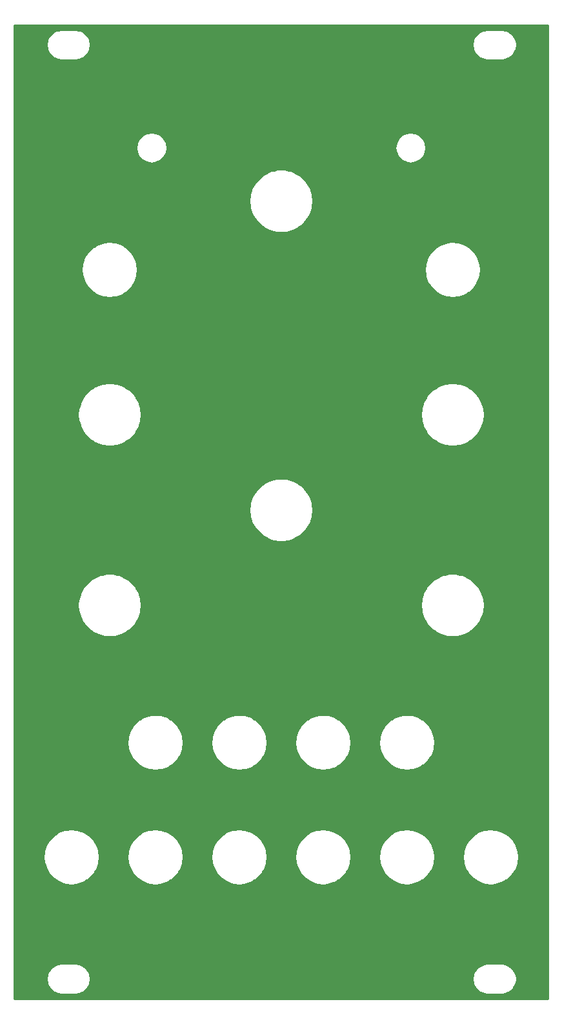
<source format=gbl>
G04 #@! TF.GenerationSoftware,KiCad,Pcbnew,(5.0.0-rc2)*
G04 #@! TF.CreationDate,2020-07-08T21:08:46+03:00*
G04 #@! TF.ProjectId,SWAMPNL2,5357414D504E4C322E6B696361645F70,rev?*
G04 #@! TF.SameCoordinates,PX2549e60PY82a7440*
G04 #@! TF.FileFunction,Copper,L2,Bot,Signal*
G04 #@! TF.FilePolarity,Positive*
%FSLAX46Y46*%
G04 Gerber Fmt 4.6, Leading zero omitted, Abs format (unit mm)*
G04 Created by KiCad (PCBNEW (5.0.0-rc2)) date Wed Jul  8 21:08:46 2020*
%MOMM*%
%LPD*%
G01*
G04 APERTURE LIST*
G04 #@! TA.AperFunction,NonConductor*
%ADD10C,0.254000*%
G04 #@! TD*
G04 APERTURE END LIST*
D10*
G36*
X70393000Y407000D02*
X407000Y407000D01*
X407000Y3063669D01*
X4598011Y3063669D01*
X4598011Y2936331D01*
X4676321Y2441905D01*
X4676321Y2441904D01*
X4715670Y2320799D01*
X4942933Y1874770D01*
X5017781Y1771752D01*
X5371752Y1417780D01*
X5474770Y1342933D01*
X5920799Y1115670D01*
X6041904Y1076321D01*
X6528449Y999259D01*
X6559917Y993000D01*
X8440083Y993000D01*
X8471551Y999259D01*
X8958096Y1076321D01*
X9079201Y1115670D01*
X9525230Y1342933D01*
X9628248Y1417781D01*
X9982220Y1771752D01*
X10057067Y1874770D01*
X10284330Y2320799D01*
X10323679Y2441904D01*
X10323679Y2441905D01*
X10401989Y2936331D01*
X10401989Y3063669D01*
X60498011Y3063669D01*
X60498011Y2936331D01*
X60576321Y2441905D01*
X60576321Y2441904D01*
X60615670Y2320799D01*
X60842933Y1874770D01*
X60917781Y1771752D01*
X61271752Y1417780D01*
X61374770Y1342933D01*
X61820799Y1115670D01*
X61941904Y1076321D01*
X62428449Y999259D01*
X62459917Y993000D01*
X64340083Y993000D01*
X64371551Y999259D01*
X64858096Y1076321D01*
X64979201Y1115670D01*
X65425230Y1342933D01*
X65528248Y1417781D01*
X65882220Y1771752D01*
X65957067Y1874770D01*
X66184330Y2320799D01*
X66223679Y2441904D01*
X66223679Y2441905D01*
X66301989Y2936331D01*
X66301989Y3063669D01*
X66223679Y3558096D01*
X66217272Y3577816D01*
X66184330Y3679201D01*
X65957067Y4125230D01*
X65904188Y4198011D01*
X65882220Y4228248D01*
X65528248Y4582219D01*
X65425230Y4657067D01*
X64979201Y4884330D01*
X64858096Y4923679D01*
X64371551Y5000741D01*
X64340083Y5007000D01*
X62459917Y5007000D01*
X62428449Y5000741D01*
X61941904Y4923679D01*
X61820799Y4884330D01*
X61374770Y4657067D01*
X61271752Y4582220D01*
X60917781Y4228248D01*
X60842933Y4125230D01*
X60615670Y3679201D01*
X60576321Y3558096D01*
X60498011Y3063669D01*
X10401989Y3063669D01*
X10323679Y3558096D01*
X10317272Y3577816D01*
X10284330Y3679201D01*
X10057067Y4125230D01*
X10004188Y4198011D01*
X9982220Y4228248D01*
X9628248Y4582219D01*
X9525230Y4657067D01*
X9079201Y4884330D01*
X8958096Y4923679D01*
X8471551Y5000741D01*
X8440083Y5007000D01*
X6559917Y5007000D01*
X6528449Y5000741D01*
X6041904Y4923679D01*
X5920799Y4884330D01*
X5474770Y4657067D01*
X5371752Y4582220D01*
X5017781Y4228248D01*
X4942933Y4125230D01*
X4715670Y3679201D01*
X4676321Y3558096D01*
X4598011Y3063669D01*
X407000Y3063669D01*
X407000Y18948661D01*
X4223358Y18948661D01*
X4303000Y18318229D01*
X4303000Y18284512D01*
X4309129Y18269716D01*
X4326099Y18135382D01*
X4606468Y17365076D01*
X4823044Y17029016D01*
X4850611Y16962463D01*
X4893709Y16919365D01*
X5050529Y16676028D01*
X5636213Y16102484D01*
X5829502Y15983572D01*
X5862463Y15950611D01*
X5925567Y15924472D01*
X6334410Y15672951D01*
X7110418Y15408776D01*
X7925670Y15323090D01*
X8595821Y15403000D01*
X8615488Y15403000D01*
X8623438Y15406293D01*
X8739646Y15420150D01*
X9511891Y15695134D01*
X9871085Y15923086D01*
X9937537Y15950611D01*
X9977622Y15990696D01*
X10204022Y16134374D01*
X10781641Y16716040D01*
X10912693Y16925767D01*
X10949389Y16962463D01*
X10976457Y17027811D01*
X11216038Y17411221D01*
X11485624Y18185366D01*
X11496650Y18283668D01*
X11497000Y18284512D01*
X11497000Y18286785D01*
X11571241Y18948661D01*
X15223358Y18948661D01*
X15303000Y18318229D01*
X15303000Y18284512D01*
X15309129Y18269716D01*
X15326099Y18135382D01*
X15606468Y17365076D01*
X15823044Y17029016D01*
X15850611Y16962463D01*
X15893709Y16919365D01*
X16050529Y16676028D01*
X16636213Y16102484D01*
X16829502Y15983572D01*
X16862463Y15950611D01*
X16925567Y15924472D01*
X17334410Y15672951D01*
X18110418Y15408776D01*
X18925670Y15323090D01*
X19595821Y15403000D01*
X19615488Y15403000D01*
X19623438Y15406293D01*
X19739646Y15420150D01*
X20511891Y15695134D01*
X20871085Y15923086D01*
X20937537Y15950611D01*
X20977622Y15990696D01*
X21204022Y16134374D01*
X21781641Y16716040D01*
X21912693Y16925767D01*
X21949389Y16962463D01*
X21976457Y17027811D01*
X22216038Y17411221D01*
X22485624Y18185366D01*
X22496650Y18283668D01*
X22497000Y18284512D01*
X22497000Y18286785D01*
X22571241Y18948661D01*
X26223358Y18948661D01*
X26303000Y18318229D01*
X26303000Y18284512D01*
X26309129Y18269716D01*
X26326099Y18135382D01*
X26606468Y17365076D01*
X26823044Y17029016D01*
X26850611Y16962463D01*
X26893709Y16919365D01*
X27050529Y16676028D01*
X27636213Y16102484D01*
X27829502Y15983572D01*
X27862463Y15950611D01*
X27925567Y15924472D01*
X28334410Y15672951D01*
X29110418Y15408776D01*
X29925670Y15323090D01*
X30595821Y15403000D01*
X30615488Y15403000D01*
X30623438Y15406293D01*
X30739646Y15420150D01*
X31511891Y15695134D01*
X31871085Y15923086D01*
X31937537Y15950611D01*
X31977622Y15990696D01*
X32204022Y16134374D01*
X32781641Y16716040D01*
X32912693Y16925767D01*
X32949389Y16962463D01*
X32976457Y17027811D01*
X33216038Y17411221D01*
X33485624Y18185366D01*
X33496650Y18283668D01*
X33497000Y18284512D01*
X33497000Y18286785D01*
X33571241Y18948661D01*
X37223358Y18948661D01*
X37303000Y18318229D01*
X37303000Y18284512D01*
X37309129Y18269716D01*
X37326099Y18135382D01*
X37606468Y17365076D01*
X37823044Y17029016D01*
X37850611Y16962463D01*
X37893709Y16919365D01*
X38050529Y16676028D01*
X38636213Y16102484D01*
X38829502Y15983572D01*
X38862463Y15950611D01*
X38925567Y15924472D01*
X39334410Y15672951D01*
X40110418Y15408776D01*
X40925670Y15323090D01*
X41595821Y15403000D01*
X41615488Y15403000D01*
X41623438Y15406293D01*
X41739646Y15420150D01*
X42511891Y15695134D01*
X42871085Y15923086D01*
X42937537Y15950611D01*
X42977622Y15990696D01*
X43204022Y16134374D01*
X43781641Y16716040D01*
X43912693Y16925767D01*
X43949389Y16962463D01*
X43976457Y17027811D01*
X44216038Y17411221D01*
X44485624Y18185366D01*
X44496650Y18283668D01*
X44497000Y18284512D01*
X44497000Y18286785D01*
X44571241Y18948661D01*
X48223358Y18948661D01*
X48303000Y18318229D01*
X48303000Y18284512D01*
X48309129Y18269716D01*
X48326099Y18135382D01*
X48606468Y17365076D01*
X48823044Y17029016D01*
X48850611Y16962463D01*
X48893709Y16919365D01*
X49050529Y16676028D01*
X49636213Y16102484D01*
X49829502Y15983572D01*
X49862463Y15950611D01*
X49925567Y15924472D01*
X50334410Y15672951D01*
X51110418Y15408776D01*
X51925670Y15323090D01*
X52595821Y15403000D01*
X52615488Y15403000D01*
X52623438Y15406293D01*
X52739646Y15420150D01*
X53511891Y15695134D01*
X53871085Y15923086D01*
X53937537Y15950611D01*
X53977622Y15990696D01*
X54204022Y16134374D01*
X54781641Y16716040D01*
X54912693Y16925767D01*
X54949389Y16962463D01*
X54976457Y17027811D01*
X55216038Y17411221D01*
X55485624Y18185366D01*
X55496650Y18283668D01*
X55497000Y18284512D01*
X55497000Y18286785D01*
X55571241Y18948661D01*
X59223358Y18948661D01*
X59303000Y18318229D01*
X59303000Y18284512D01*
X59309129Y18269716D01*
X59326099Y18135382D01*
X59606468Y17365076D01*
X59823044Y17029016D01*
X59850611Y16962463D01*
X59893709Y16919365D01*
X60050529Y16676028D01*
X60636213Y16102484D01*
X60829502Y15983572D01*
X60862463Y15950611D01*
X60925567Y15924472D01*
X61334410Y15672951D01*
X62110418Y15408776D01*
X62925670Y15323090D01*
X63595821Y15403000D01*
X63615488Y15403000D01*
X63623438Y15406293D01*
X63739646Y15420150D01*
X64511891Y15695134D01*
X64871085Y15923086D01*
X64937537Y15950611D01*
X64977622Y15990696D01*
X65204022Y16134374D01*
X65781641Y16716040D01*
X65912693Y16925767D01*
X65949389Y16962463D01*
X65976457Y17027811D01*
X66216038Y17411221D01*
X66485624Y18185366D01*
X66496650Y18283668D01*
X66497000Y18284512D01*
X66497000Y18286785D01*
X66577000Y19000000D01*
X66575566Y19102668D01*
X66497000Y19661695D01*
X66497000Y19715488D01*
X66485557Y19743113D01*
X66461480Y19914433D01*
X66170384Y20680749D01*
X65975969Y20973366D01*
X65949389Y21037537D01*
X65901551Y21085375D01*
X65716745Y21363530D01*
X65123111Y21928841D01*
X64962108Y22024818D01*
X64937537Y22049389D01*
X64882982Y22071986D01*
X64418985Y22348584D01*
X63639364Y22601898D01*
X62822995Y22676194D01*
X62229468Y22597000D01*
X62184512Y22597000D01*
X62163149Y22588151D01*
X62010453Y22567777D01*
X61242123Y22282038D01*
X60928224Y22076628D01*
X60862463Y22049389D01*
X60816766Y22003692D01*
X60556192Y21833177D01*
X59986751Y21243504D01*
X59879522Y21066448D01*
X59850611Y21037537D01*
X59825937Y20977968D01*
X59562102Y20542325D01*
X59303351Y19764491D01*
X59223358Y18948661D01*
X55571241Y18948661D01*
X55577000Y19000000D01*
X55575566Y19102668D01*
X55497000Y19661695D01*
X55497000Y19715488D01*
X55485557Y19743113D01*
X55461480Y19914433D01*
X55170384Y20680749D01*
X54975969Y20973366D01*
X54949389Y21037537D01*
X54901551Y21085375D01*
X54716745Y21363530D01*
X54123111Y21928841D01*
X53962108Y22024818D01*
X53937537Y22049389D01*
X53882982Y22071986D01*
X53418985Y22348584D01*
X52639364Y22601898D01*
X51822995Y22676194D01*
X51229468Y22597000D01*
X51184512Y22597000D01*
X51163149Y22588151D01*
X51010453Y22567777D01*
X50242123Y22282038D01*
X49928224Y22076628D01*
X49862463Y22049389D01*
X49816766Y22003692D01*
X49556192Y21833177D01*
X48986751Y21243504D01*
X48879522Y21066448D01*
X48850611Y21037537D01*
X48825937Y20977968D01*
X48562102Y20542325D01*
X48303351Y19764491D01*
X48223358Y18948661D01*
X44571241Y18948661D01*
X44577000Y19000000D01*
X44575566Y19102668D01*
X44497000Y19661695D01*
X44497000Y19715488D01*
X44485557Y19743113D01*
X44461480Y19914433D01*
X44170384Y20680749D01*
X43975969Y20973366D01*
X43949389Y21037537D01*
X43901551Y21085375D01*
X43716745Y21363530D01*
X43123111Y21928841D01*
X42962108Y22024818D01*
X42937537Y22049389D01*
X42882982Y22071986D01*
X42418985Y22348584D01*
X41639364Y22601898D01*
X40822995Y22676194D01*
X40229468Y22597000D01*
X40184512Y22597000D01*
X40163149Y22588151D01*
X40010453Y22567777D01*
X39242123Y22282038D01*
X38928224Y22076628D01*
X38862463Y22049389D01*
X38816766Y22003692D01*
X38556192Y21833177D01*
X37986751Y21243504D01*
X37879522Y21066448D01*
X37850611Y21037537D01*
X37825937Y20977968D01*
X37562102Y20542325D01*
X37303351Y19764491D01*
X37223358Y18948661D01*
X33571241Y18948661D01*
X33577000Y19000000D01*
X33575566Y19102668D01*
X33497000Y19661695D01*
X33497000Y19715488D01*
X33485557Y19743113D01*
X33461480Y19914433D01*
X33170384Y20680749D01*
X32975969Y20973366D01*
X32949389Y21037537D01*
X32901551Y21085375D01*
X32716745Y21363530D01*
X32123111Y21928841D01*
X31962108Y22024818D01*
X31937537Y22049389D01*
X31882982Y22071986D01*
X31418985Y22348584D01*
X30639364Y22601898D01*
X29822995Y22676194D01*
X29229468Y22597000D01*
X29184512Y22597000D01*
X29163149Y22588151D01*
X29010453Y22567777D01*
X28242123Y22282038D01*
X27928224Y22076628D01*
X27862463Y22049389D01*
X27816766Y22003692D01*
X27556192Y21833177D01*
X26986751Y21243504D01*
X26879522Y21066448D01*
X26850611Y21037537D01*
X26825937Y20977968D01*
X26562102Y20542325D01*
X26303351Y19764491D01*
X26223358Y18948661D01*
X22571241Y18948661D01*
X22577000Y19000000D01*
X22575566Y19102668D01*
X22497000Y19661695D01*
X22497000Y19715488D01*
X22485557Y19743113D01*
X22461480Y19914433D01*
X22170384Y20680749D01*
X21975969Y20973366D01*
X21949389Y21037537D01*
X21901551Y21085375D01*
X21716745Y21363530D01*
X21123111Y21928841D01*
X20962108Y22024818D01*
X20937537Y22049389D01*
X20882982Y22071986D01*
X20418985Y22348584D01*
X19639364Y22601898D01*
X18822995Y22676194D01*
X18229468Y22597000D01*
X18184512Y22597000D01*
X18163149Y22588151D01*
X18010453Y22567777D01*
X17242123Y22282038D01*
X16928224Y22076628D01*
X16862463Y22049389D01*
X16816766Y22003692D01*
X16556192Y21833177D01*
X15986751Y21243504D01*
X15879522Y21066448D01*
X15850611Y21037537D01*
X15825937Y20977968D01*
X15562102Y20542325D01*
X15303351Y19764491D01*
X15223358Y18948661D01*
X11571241Y18948661D01*
X11577000Y19000000D01*
X11575566Y19102668D01*
X11497000Y19661695D01*
X11497000Y19715488D01*
X11485557Y19743113D01*
X11461480Y19914433D01*
X11170384Y20680749D01*
X10975969Y20973366D01*
X10949389Y21037537D01*
X10901551Y21085375D01*
X10716745Y21363530D01*
X10123111Y21928841D01*
X9962108Y22024818D01*
X9937537Y22049389D01*
X9882982Y22071986D01*
X9418985Y22348584D01*
X8639364Y22601898D01*
X7822995Y22676194D01*
X7229468Y22597000D01*
X7184512Y22597000D01*
X7163149Y22588151D01*
X7010453Y22567777D01*
X6242123Y22282038D01*
X5928224Y22076628D01*
X5862463Y22049389D01*
X5816766Y22003692D01*
X5556192Y21833177D01*
X4986751Y21243504D01*
X4879522Y21066448D01*
X4850611Y21037537D01*
X4825937Y20977968D01*
X4562102Y20542325D01*
X4303351Y19764491D01*
X4223358Y18948661D01*
X407000Y18948661D01*
X407000Y33948661D01*
X15223358Y33948661D01*
X15303000Y33318229D01*
X15303000Y33284512D01*
X15309129Y33269716D01*
X15326099Y33135382D01*
X15606468Y32365076D01*
X15823044Y32029016D01*
X15850611Y31962463D01*
X15893709Y31919365D01*
X16050529Y31676028D01*
X16636213Y31102484D01*
X16829502Y30983572D01*
X16862463Y30950611D01*
X16925567Y30924472D01*
X17334410Y30672951D01*
X18110418Y30408776D01*
X18925670Y30323090D01*
X19595821Y30403000D01*
X19615488Y30403000D01*
X19623438Y30406293D01*
X19739646Y30420150D01*
X20511891Y30695134D01*
X20871085Y30923086D01*
X20937537Y30950611D01*
X20977622Y30990696D01*
X21204022Y31134374D01*
X21781641Y31716040D01*
X21912693Y31925767D01*
X21949389Y31962463D01*
X21976457Y32027811D01*
X22216038Y32411221D01*
X22485624Y33185366D01*
X22496650Y33283668D01*
X22497000Y33284512D01*
X22497000Y33286785D01*
X22571241Y33948661D01*
X26223358Y33948661D01*
X26303000Y33318229D01*
X26303000Y33284512D01*
X26309129Y33269716D01*
X26326099Y33135382D01*
X26606468Y32365076D01*
X26823044Y32029016D01*
X26850611Y31962463D01*
X26893709Y31919365D01*
X27050529Y31676028D01*
X27636213Y31102484D01*
X27829502Y30983572D01*
X27862463Y30950611D01*
X27925567Y30924472D01*
X28334410Y30672951D01*
X29110418Y30408776D01*
X29925670Y30323090D01*
X30595821Y30403000D01*
X30615488Y30403000D01*
X30623438Y30406293D01*
X30739646Y30420150D01*
X31511891Y30695134D01*
X31871085Y30923086D01*
X31937537Y30950611D01*
X31977622Y30990696D01*
X32204022Y31134374D01*
X32781641Y31716040D01*
X32912693Y31925767D01*
X32949389Y31962463D01*
X32976457Y32027811D01*
X33216038Y32411221D01*
X33485624Y33185366D01*
X33496650Y33283668D01*
X33497000Y33284512D01*
X33497000Y33286785D01*
X33571241Y33948661D01*
X37223358Y33948661D01*
X37303000Y33318229D01*
X37303000Y33284512D01*
X37309129Y33269716D01*
X37326099Y33135382D01*
X37606468Y32365076D01*
X37823044Y32029016D01*
X37850611Y31962463D01*
X37893709Y31919365D01*
X38050529Y31676028D01*
X38636213Y31102484D01*
X38829502Y30983572D01*
X38862463Y30950611D01*
X38925567Y30924472D01*
X39334410Y30672951D01*
X40110418Y30408776D01*
X40925670Y30323090D01*
X41595821Y30403000D01*
X41615488Y30403000D01*
X41623438Y30406293D01*
X41739646Y30420150D01*
X42511891Y30695134D01*
X42871085Y30923086D01*
X42937537Y30950611D01*
X42977622Y30990696D01*
X43204022Y31134374D01*
X43781641Y31716040D01*
X43912693Y31925767D01*
X43949389Y31962463D01*
X43976457Y32027811D01*
X44216038Y32411221D01*
X44485624Y33185366D01*
X44496650Y33283668D01*
X44497000Y33284512D01*
X44497000Y33286785D01*
X44571241Y33948661D01*
X48223358Y33948661D01*
X48303000Y33318229D01*
X48303000Y33284512D01*
X48309129Y33269716D01*
X48326099Y33135382D01*
X48606468Y32365076D01*
X48823044Y32029016D01*
X48850611Y31962463D01*
X48893709Y31919365D01*
X49050529Y31676028D01*
X49636213Y31102484D01*
X49829502Y30983572D01*
X49862463Y30950611D01*
X49925567Y30924472D01*
X50334410Y30672951D01*
X51110418Y30408776D01*
X51925670Y30323090D01*
X52595821Y30403000D01*
X52615488Y30403000D01*
X52623438Y30406293D01*
X52739646Y30420150D01*
X53511891Y30695134D01*
X53871085Y30923086D01*
X53937537Y30950611D01*
X53977622Y30990696D01*
X54204022Y31134374D01*
X54781641Y31716040D01*
X54912693Y31925767D01*
X54949389Y31962463D01*
X54976457Y32027811D01*
X55216038Y32411221D01*
X55485624Y33185366D01*
X55496650Y33283668D01*
X55497000Y33284512D01*
X55497000Y33286785D01*
X55577000Y34000000D01*
X55575566Y34102668D01*
X55497000Y34661695D01*
X55497000Y34715488D01*
X55485557Y34743113D01*
X55461480Y34914433D01*
X55170384Y35680749D01*
X54975969Y35973366D01*
X54949389Y36037537D01*
X54901551Y36085375D01*
X54716745Y36363530D01*
X54123111Y36928841D01*
X53962108Y37024818D01*
X53937537Y37049389D01*
X53882982Y37071986D01*
X53418985Y37348584D01*
X52639364Y37601898D01*
X51822995Y37676194D01*
X51229468Y37597000D01*
X51184512Y37597000D01*
X51163149Y37588151D01*
X51010453Y37567777D01*
X50242123Y37282038D01*
X49928224Y37076628D01*
X49862463Y37049389D01*
X49816766Y37003692D01*
X49556192Y36833177D01*
X48986751Y36243504D01*
X48879522Y36066448D01*
X48850611Y36037537D01*
X48825937Y35977968D01*
X48562102Y35542325D01*
X48303351Y34764491D01*
X48223358Y33948661D01*
X44571241Y33948661D01*
X44577000Y34000000D01*
X44575566Y34102668D01*
X44497000Y34661695D01*
X44497000Y34715488D01*
X44485557Y34743113D01*
X44461480Y34914433D01*
X44170384Y35680749D01*
X43975969Y35973366D01*
X43949389Y36037537D01*
X43901551Y36085375D01*
X43716745Y36363530D01*
X43123111Y36928841D01*
X42962108Y37024818D01*
X42937537Y37049389D01*
X42882982Y37071986D01*
X42418985Y37348584D01*
X41639364Y37601898D01*
X40822995Y37676194D01*
X40229468Y37597000D01*
X40184512Y37597000D01*
X40163149Y37588151D01*
X40010453Y37567777D01*
X39242123Y37282038D01*
X38928224Y37076628D01*
X38862463Y37049389D01*
X38816766Y37003692D01*
X38556192Y36833177D01*
X37986751Y36243504D01*
X37879522Y36066448D01*
X37850611Y36037537D01*
X37825937Y35977968D01*
X37562102Y35542325D01*
X37303351Y34764491D01*
X37223358Y33948661D01*
X33571241Y33948661D01*
X33577000Y34000000D01*
X33575566Y34102668D01*
X33497000Y34661695D01*
X33497000Y34715488D01*
X33485557Y34743113D01*
X33461480Y34914433D01*
X33170384Y35680749D01*
X32975969Y35973366D01*
X32949389Y36037537D01*
X32901551Y36085375D01*
X32716745Y36363530D01*
X32123111Y36928841D01*
X31962108Y37024818D01*
X31937537Y37049389D01*
X31882982Y37071986D01*
X31418985Y37348584D01*
X30639364Y37601898D01*
X29822995Y37676194D01*
X29229468Y37597000D01*
X29184512Y37597000D01*
X29163149Y37588151D01*
X29010453Y37567777D01*
X28242123Y37282038D01*
X27928224Y37076628D01*
X27862463Y37049389D01*
X27816766Y37003692D01*
X27556192Y36833177D01*
X26986751Y36243504D01*
X26879522Y36066448D01*
X26850611Y36037537D01*
X26825937Y35977968D01*
X26562102Y35542325D01*
X26303351Y34764491D01*
X26223358Y33948661D01*
X22571241Y33948661D01*
X22577000Y34000000D01*
X22575566Y34102668D01*
X22497000Y34661695D01*
X22497000Y34715488D01*
X22485557Y34743113D01*
X22461480Y34914433D01*
X22170384Y35680749D01*
X21975969Y35973366D01*
X21949389Y36037537D01*
X21901551Y36085375D01*
X21716745Y36363530D01*
X21123111Y36928841D01*
X20962108Y37024818D01*
X20937537Y37049389D01*
X20882982Y37071986D01*
X20418985Y37348584D01*
X19639364Y37601898D01*
X18822995Y37676194D01*
X18229468Y37597000D01*
X18184512Y37597000D01*
X18163149Y37588151D01*
X18010453Y37567777D01*
X17242123Y37282038D01*
X16928224Y37076628D01*
X16862463Y37049389D01*
X16816766Y37003692D01*
X16556192Y36833177D01*
X15986751Y36243504D01*
X15879522Y36066448D01*
X15850611Y36037537D01*
X15825937Y35977968D01*
X15562102Y35542325D01*
X15303351Y34764491D01*
X15223358Y33948661D01*
X407000Y33948661D01*
X407000Y52000000D01*
X8723000Y52000000D01*
X8803000Y51238847D01*
X8803000Y51185056D01*
X8810576Y51166766D01*
X8814277Y51131553D01*
X9084121Y50301061D01*
X9385089Y49779769D01*
X9426731Y49679236D01*
X9465535Y49640432D01*
X9520736Y49544821D01*
X10105041Y48895884D01*
X10489166Y48616801D01*
X10579236Y48526731D01*
X10658097Y48494066D01*
X10811500Y48382612D01*
X11609236Y48027437D01*
X11969522Y47950856D01*
X12085056Y47903000D01*
X12194666Y47903000D01*
X12463385Y47845882D01*
X13336615Y47845882D01*
X13605334Y47903000D01*
X13714944Y47903000D01*
X13830478Y47950856D01*
X14190764Y48027437D01*
X14988500Y48382612D01*
X15141903Y48494066D01*
X15220764Y48526731D01*
X15310834Y48616801D01*
X15694959Y48895884D01*
X16279264Y49544821D01*
X16334465Y49640432D01*
X16373269Y49679236D01*
X16414911Y49779769D01*
X16715879Y50301061D01*
X16985723Y51131553D01*
X16989424Y51166766D01*
X16997000Y51185056D01*
X16997000Y51238847D01*
X17077000Y52000000D01*
X53723000Y52000000D01*
X53803000Y51238847D01*
X53803000Y51185056D01*
X53810576Y51166766D01*
X53814277Y51131553D01*
X54084121Y50301061D01*
X54385089Y49779769D01*
X54426731Y49679236D01*
X54465535Y49640432D01*
X54520736Y49544821D01*
X55105041Y48895884D01*
X55489166Y48616801D01*
X55579236Y48526731D01*
X55658097Y48494066D01*
X55811500Y48382612D01*
X56609236Y48027437D01*
X56969522Y47950856D01*
X57085056Y47903000D01*
X57194666Y47903000D01*
X57463385Y47845882D01*
X58336615Y47845882D01*
X58605334Y47903000D01*
X58714944Y47903000D01*
X58830478Y47950856D01*
X59190764Y48027437D01*
X59988500Y48382612D01*
X60141903Y48494066D01*
X60220764Y48526731D01*
X60310834Y48616801D01*
X60694959Y48895884D01*
X61279264Y49544821D01*
X61334465Y49640432D01*
X61373269Y49679236D01*
X61414911Y49779769D01*
X61715879Y50301061D01*
X61985723Y51131553D01*
X61989424Y51166766D01*
X61997000Y51185056D01*
X61997000Y51238847D01*
X62077000Y52000000D01*
X61997000Y52761153D01*
X61997000Y52814944D01*
X61989424Y52833234D01*
X61985723Y52868447D01*
X61715879Y53698939D01*
X61414911Y54220231D01*
X61373269Y54320764D01*
X61334465Y54359568D01*
X61279264Y54455179D01*
X60694959Y55104116D01*
X60310834Y55383199D01*
X60220764Y55473269D01*
X60141903Y55505934D01*
X59988500Y55617388D01*
X59190764Y55972563D01*
X58830478Y56049144D01*
X58714944Y56097000D01*
X58605334Y56097000D01*
X58336615Y56154118D01*
X57463385Y56154118D01*
X57194666Y56097000D01*
X57085056Y56097000D01*
X56969522Y56049144D01*
X56609236Y55972563D01*
X55811500Y55617388D01*
X55658097Y55505934D01*
X55579236Y55473269D01*
X55489166Y55383199D01*
X55105041Y55104116D01*
X54520736Y54455179D01*
X54465535Y54359568D01*
X54426731Y54320764D01*
X54385089Y54220231D01*
X54084121Y53698939D01*
X53814277Y52868447D01*
X53810576Y52833234D01*
X53803000Y52814944D01*
X53803000Y52761153D01*
X53723000Y52000000D01*
X17077000Y52000000D01*
X16997000Y52761153D01*
X16997000Y52814944D01*
X16989424Y52833234D01*
X16985723Y52868447D01*
X16715879Y53698939D01*
X16414911Y54220231D01*
X16373269Y54320764D01*
X16334465Y54359568D01*
X16279264Y54455179D01*
X15694959Y55104116D01*
X15310834Y55383199D01*
X15220764Y55473269D01*
X15141903Y55505934D01*
X14988500Y55617388D01*
X14190764Y55972563D01*
X13830478Y56049144D01*
X13714944Y56097000D01*
X13605334Y56097000D01*
X13336615Y56154118D01*
X12463385Y56154118D01*
X12194666Y56097000D01*
X12085056Y56097000D01*
X11969522Y56049144D01*
X11609236Y55972563D01*
X10811500Y55617388D01*
X10658097Y55505934D01*
X10579236Y55473269D01*
X10489166Y55383199D01*
X10105041Y55104116D01*
X9520736Y54455179D01*
X9465535Y54359568D01*
X9426731Y54320764D01*
X9385089Y54220231D01*
X9084121Y53698939D01*
X8814277Y52868447D01*
X8810576Y52833234D01*
X8803000Y52814944D01*
X8803000Y52761153D01*
X8723000Y52000000D01*
X407000Y52000000D01*
X407000Y64500000D01*
X31223000Y64500000D01*
X31303000Y63738847D01*
X31303000Y63685056D01*
X31310576Y63666766D01*
X31314277Y63631553D01*
X31584121Y62801061D01*
X31885089Y62279769D01*
X31926731Y62179236D01*
X31965535Y62140432D01*
X32020736Y62044821D01*
X32605041Y61395884D01*
X32989166Y61116801D01*
X33079236Y61026731D01*
X33158097Y60994066D01*
X33311500Y60882612D01*
X34109236Y60527437D01*
X34469522Y60450856D01*
X34585056Y60403000D01*
X34694666Y60403000D01*
X34963385Y60345882D01*
X35836615Y60345882D01*
X36105334Y60403000D01*
X36214944Y60403000D01*
X36330478Y60450856D01*
X36690764Y60527437D01*
X37488500Y60882612D01*
X37641903Y60994066D01*
X37720764Y61026731D01*
X37810834Y61116801D01*
X38194959Y61395884D01*
X38779264Y62044821D01*
X38834465Y62140432D01*
X38873269Y62179236D01*
X38914911Y62279769D01*
X39215879Y62801061D01*
X39485723Y63631553D01*
X39489424Y63666766D01*
X39497000Y63685056D01*
X39497000Y63738847D01*
X39577000Y64500000D01*
X39497000Y65261153D01*
X39497000Y65314944D01*
X39489424Y65333234D01*
X39485723Y65368447D01*
X39215879Y66198939D01*
X38914911Y66720231D01*
X38873269Y66820764D01*
X38834465Y66859568D01*
X38779264Y66955179D01*
X38194959Y67604116D01*
X37810834Y67883199D01*
X37720764Y67973269D01*
X37641903Y68005934D01*
X37488500Y68117388D01*
X36690764Y68472563D01*
X36330478Y68549144D01*
X36214944Y68597000D01*
X36105334Y68597000D01*
X35836615Y68654118D01*
X34963385Y68654118D01*
X34694666Y68597000D01*
X34585056Y68597000D01*
X34469522Y68549144D01*
X34109236Y68472563D01*
X33311500Y68117388D01*
X33158097Y68005934D01*
X33079236Y67973269D01*
X32989166Y67883199D01*
X32605041Y67604116D01*
X32020736Y66955179D01*
X31965535Y66859568D01*
X31926731Y66820764D01*
X31885089Y66720231D01*
X31584121Y66198939D01*
X31314277Y65368447D01*
X31310576Y65333234D01*
X31303000Y65314944D01*
X31303000Y65261153D01*
X31223000Y64500000D01*
X407000Y64500000D01*
X407000Y77000000D01*
X8723000Y77000000D01*
X8803000Y76238847D01*
X8803000Y76185056D01*
X8810576Y76166766D01*
X8814277Y76131553D01*
X9084121Y75301061D01*
X9385089Y74779769D01*
X9426731Y74679236D01*
X9465535Y74640432D01*
X9520736Y74544821D01*
X10105041Y73895884D01*
X10489166Y73616801D01*
X10579236Y73526731D01*
X10658097Y73494066D01*
X10811500Y73382612D01*
X11609236Y73027437D01*
X11969522Y72950856D01*
X12085056Y72903000D01*
X12194666Y72903000D01*
X12463385Y72845882D01*
X13336615Y72845882D01*
X13605334Y72903000D01*
X13714944Y72903000D01*
X13830478Y72950856D01*
X14190764Y73027437D01*
X14988500Y73382612D01*
X15141903Y73494066D01*
X15220764Y73526731D01*
X15310834Y73616801D01*
X15694959Y73895884D01*
X16279264Y74544821D01*
X16334465Y74640432D01*
X16373269Y74679236D01*
X16414911Y74779769D01*
X16715879Y75301061D01*
X16985723Y76131553D01*
X16989424Y76166766D01*
X16997000Y76185056D01*
X16997000Y76238847D01*
X17077000Y77000000D01*
X53723000Y77000000D01*
X53803000Y76238847D01*
X53803000Y76185056D01*
X53810576Y76166766D01*
X53814277Y76131553D01*
X54084121Y75301061D01*
X54385089Y74779769D01*
X54426731Y74679236D01*
X54465535Y74640432D01*
X54520736Y74544821D01*
X55105041Y73895884D01*
X55489166Y73616801D01*
X55579236Y73526731D01*
X55658097Y73494066D01*
X55811500Y73382612D01*
X56609236Y73027437D01*
X56969522Y72950856D01*
X57085056Y72903000D01*
X57194666Y72903000D01*
X57463385Y72845882D01*
X58336615Y72845882D01*
X58605334Y72903000D01*
X58714944Y72903000D01*
X58830478Y72950856D01*
X59190764Y73027437D01*
X59988500Y73382612D01*
X60141903Y73494066D01*
X60220764Y73526731D01*
X60310834Y73616801D01*
X60694959Y73895884D01*
X61279264Y74544821D01*
X61334465Y74640432D01*
X61373269Y74679236D01*
X61414911Y74779769D01*
X61715879Y75301061D01*
X61985723Y76131553D01*
X61989424Y76166766D01*
X61997000Y76185056D01*
X61997000Y76238847D01*
X62077000Y77000000D01*
X61997000Y77761153D01*
X61997000Y77814944D01*
X61989424Y77833234D01*
X61985723Y77868447D01*
X61715879Y78698939D01*
X61414911Y79220231D01*
X61373269Y79320764D01*
X61334465Y79359568D01*
X61279264Y79455179D01*
X60694959Y80104116D01*
X60310834Y80383199D01*
X60220764Y80473269D01*
X60141903Y80505934D01*
X59988500Y80617388D01*
X59190764Y80972563D01*
X58830478Y81049144D01*
X58714944Y81097000D01*
X58605334Y81097000D01*
X58336615Y81154118D01*
X57463385Y81154118D01*
X57194666Y81097000D01*
X57085056Y81097000D01*
X56969522Y81049144D01*
X56609236Y80972563D01*
X55811500Y80617388D01*
X55658097Y80505934D01*
X55579236Y80473269D01*
X55489166Y80383199D01*
X55105041Y80104116D01*
X54520736Y79455179D01*
X54465535Y79359568D01*
X54426731Y79320764D01*
X54385089Y79220231D01*
X54084121Y78698939D01*
X53814277Y77868447D01*
X53810576Y77833234D01*
X53803000Y77814944D01*
X53803000Y77761153D01*
X53723000Y77000000D01*
X17077000Y77000000D01*
X16997000Y77761153D01*
X16997000Y77814944D01*
X16989424Y77833234D01*
X16985723Y77868447D01*
X16715879Y78698939D01*
X16414911Y79220231D01*
X16373269Y79320764D01*
X16334465Y79359568D01*
X16279264Y79455179D01*
X15694959Y80104116D01*
X15310834Y80383199D01*
X15220764Y80473269D01*
X15141903Y80505934D01*
X14988500Y80617388D01*
X14190764Y80972563D01*
X13830478Y81049144D01*
X13714944Y81097000D01*
X13605334Y81097000D01*
X13336615Y81154118D01*
X12463385Y81154118D01*
X12194666Y81097000D01*
X12085056Y81097000D01*
X11969522Y81049144D01*
X11609236Y80972563D01*
X10811500Y80617388D01*
X10658097Y80505934D01*
X10579236Y80473269D01*
X10489166Y80383199D01*
X10105041Y80104116D01*
X9520736Y79455179D01*
X9465535Y79359568D01*
X9426731Y79320764D01*
X9385089Y79220231D01*
X9084121Y78698939D01*
X8814277Y77868447D01*
X8810576Y77833234D01*
X8803000Y77814944D01*
X8803000Y77761153D01*
X8723000Y77000000D01*
X407000Y77000000D01*
X407000Y95948661D01*
X9223358Y95948661D01*
X9303000Y95318229D01*
X9303000Y95284512D01*
X9309129Y95269716D01*
X9326099Y95135382D01*
X9606468Y94365076D01*
X9823044Y94029016D01*
X9850611Y93962463D01*
X9893709Y93919365D01*
X10050529Y93676028D01*
X10636213Y93102484D01*
X10829502Y92983572D01*
X10862463Y92950611D01*
X10925567Y92924472D01*
X11334410Y92672951D01*
X12110418Y92408776D01*
X12925670Y92323090D01*
X13595821Y92403000D01*
X13615488Y92403000D01*
X13623438Y92406293D01*
X13739646Y92420150D01*
X14511891Y92695134D01*
X14871085Y92923086D01*
X14937537Y92950611D01*
X14977622Y92990696D01*
X15204022Y93134374D01*
X15781641Y93716040D01*
X15912693Y93925767D01*
X15949389Y93962463D01*
X15976457Y94027811D01*
X16216038Y94411221D01*
X16485624Y95185366D01*
X16496650Y95283668D01*
X16497000Y95284512D01*
X16497000Y95286785D01*
X16571241Y95948661D01*
X54223358Y95948661D01*
X54303000Y95318229D01*
X54303000Y95284512D01*
X54309129Y95269716D01*
X54326099Y95135382D01*
X54606468Y94365076D01*
X54823044Y94029016D01*
X54850611Y93962463D01*
X54893709Y93919365D01*
X55050529Y93676028D01*
X55636213Y93102484D01*
X55829502Y92983572D01*
X55862463Y92950611D01*
X55925567Y92924472D01*
X56334410Y92672951D01*
X57110418Y92408776D01*
X57925670Y92323090D01*
X58595821Y92403000D01*
X58615488Y92403000D01*
X58623438Y92406293D01*
X58739646Y92420150D01*
X59511891Y92695134D01*
X59871085Y92923086D01*
X59937537Y92950611D01*
X59977622Y92990696D01*
X60204022Y93134374D01*
X60781641Y93716040D01*
X60912693Y93925767D01*
X60949389Y93962463D01*
X60976457Y94027811D01*
X61216038Y94411221D01*
X61485624Y95185366D01*
X61496650Y95283668D01*
X61497000Y95284512D01*
X61497000Y95286785D01*
X61577000Y96000000D01*
X61575566Y96102668D01*
X61497000Y96661695D01*
X61497000Y96715488D01*
X61485557Y96743113D01*
X61461480Y96914433D01*
X61170384Y97680749D01*
X60975969Y97973366D01*
X60949389Y98037537D01*
X60901551Y98085375D01*
X60716745Y98363530D01*
X60123111Y98928841D01*
X59962108Y99024818D01*
X59937537Y99049389D01*
X59882982Y99071986D01*
X59418985Y99348584D01*
X58639364Y99601898D01*
X57822995Y99676194D01*
X57229468Y99597000D01*
X57184512Y99597000D01*
X57163149Y99588151D01*
X57010453Y99567777D01*
X56242123Y99282038D01*
X55928224Y99076628D01*
X55862463Y99049389D01*
X55816766Y99003692D01*
X55556192Y98833177D01*
X54986751Y98243504D01*
X54879522Y98066448D01*
X54850611Y98037537D01*
X54825937Y97977968D01*
X54562102Y97542325D01*
X54303351Y96764491D01*
X54223358Y95948661D01*
X16571241Y95948661D01*
X16577000Y96000000D01*
X16575566Y96102668D01*
X16497000Y96661695D01*
X16497000Y96715488D01*
X16485557Y96743113D01*
X16461480Y96914433D01*
X16170384Y97680749D01*
X15975969Y97973366D01*
X15949389Y98037537D01*
X15901551Y98085375D01*
X15716745Y98363530D01*
X15123111Y98928841D01*
X14962108Y99024818D01*
X14937537Y99049389D01*
X14882982Y99071986D01*
X14418985Y99348584D01*
X13639364Y99601898D01*
X12822995Y99676194D01*
X12229468Y99597000D01*
X12184512Y99597000D01*
X12163149Y99588151D01*
X12010453Y99567777D01*
X11242123Y99282038D01*
X10928224Y99076628D01*
X10862463Y99049389D01*
X10816766Y99003692D01*
X10556192Y98833177D01*
X9986751Y98243504D01*
X9879522Y98066448D01*
X9850611Y98037537D01*
X9825937Y97977968D01*
X9562102Y97542325D01*
X9303351Y96764491D01*
X9223358Y95948661D01*
X407000Y95948661D01*
X407000Y105000000D01*
X31223000Y105000000D01*
X31303000Y104238847D01*
X31303000Y104185056D01*
X31310576Y104166766D01*
X31314277Y104131553D01*
X31584121Y103301061D01*
X31885089Y102779769D01*
X31926731Y102679236D01*
X31965535Y102640432D01*
X32020736Y102544821D01*
X32605041Y101895884D01*
X32989166Y101616801D01*
X33079236Y101526731D01*
X33158097Y101494066D01*
X33311500Y101382612D01*
X34109236Y101027437D01*
X34469522Y100950856D01*
X34585056Y100903000D01*
X34694666Y100903000D01*
X34963385Y100845882D01*
X35836615Y100845882D01*
X36105334Y100903000D01*
X36214944Y100903000D01*
X36330478Y100950856D01*
X36690764Y101027437D01*
X37488500Y101382612D01*
X37641903Y101494066D01*
X37720764Y101526731D01*
X37810834Y101616801D01*
X38194959Y101895884D01*
X38779264Y102544821D01*
X38834465Y102640432D01*
X38873269Y102679236D01*
X38914911Y102779769D01*
X39215879Y103301061D01*
X39485723Y104131553D01*
X39489424Y104166766D01*
X39497000Y104185056D01*
X39497000Y104238847D01*
X39577000Y105000000D01*
X39497000Y105761153D01*
X39497000Y105814944D01*
X39489424Y105833234D01*
X39485723Y105868447D01*
X39215879Y106698939D01*
X38914911Y107220231D01*
X38873269Y107320764D01*
X38834465Y107359568D01*
X38779264Y107455179D01*
X38194959Y108104116D01*
X37810834Y108383199D01*
X37720764Y108473269D01*
X37641903Y108505934D01*
X37488500Y108617388D01*
X36690764Y108972563D01*
X36330478Y109049144D01*
X36214944Y109097000D01*
X36105334Y109097000D01*
X35836615Y109154118D01*
X34963385Y109154118D01*
X34694666Y109097000D01*
X34585056Y109097000D01*
X34469522Y109049144D01*
X34109236Y108972563D01*
X33311500Y108617388D01*
X33158097Y108505934D01*
X33079236Y108473269D01*
X32989166Y108383199D01*
X32605041Y108104116D01*
X32020736Y107455179D01*
X31965535Y107359568D01*
X31926731Y107320764D01*
X31885089Y107220231D01*
X31584121Y106698939D01*
X31314277Y105868447D01*
X31310576Y105833234D01*
X31303000Y105814944D01*
X31303000Y105761153D01*
X31223000Y105000000D01*
X407000Y105000000D01*
X407000Y112000000D01*
X16373000Y112000000D01*
X16472208Y111373623D01*
X16760123Y110808559D01*
X17208559Y110360123D01*
X17773623Y110072208D01*
X18400000Y109973000D01*
X19026377Y110072208D01*
X19591441Y110360123D01*
X20039877Y110808559D01*
X20327792Y111373623D01*
X20427000Y112000000D01*
X50373000Y112000000D01*
X50472208Y111373623D01*
X50760123Y110808559D01*
X51208559Y110360123D01*
X51773623Y110072208D01*
X52400000Y109973000D01*
X53026377Y110072208D01*
X53591441Y110360123D01*
X54039877Y110808559D01*
X54327792Y111373623D01*
X54427000Y112000000D01*
X54327792Y112626377D01*
X54039877Y113191441D01*
X53591441Y113639877D01*
X53026377Y113927792D01*
X52400000Y114027000D01*
X51773623Y113927792D01*
X51208559Y113639877D01*
X50760123Y113191441D01*
X50472208Y112626377D01*
X50373000Y112000000D01*
X20427000Y112000000D01*
X20327792Y112626377D01*
X20039877Y113191441D01*
X19591441Y113639877D01*
X19026377Y113927792D01*
X18400000Y114027000D01*
X17773623Y113927792D01*
X17208559Y113639877D01*
X16760123Y113191441D01*
X16472208Y112626377D01*
X16373000Y112000000D01*
X407000Y112000000D01*
X407000Y125563669D01*
X4598011Y125563669D01*
X4598011Y125436331D01*
X4676321Y124941905D01*
X4676321Y124941904D01*
X4715670Y124820799D01*
X4942933Y124374770D01*
X5017781Y124271752D01*
X5371752Y123917780D01*
X5474770Y123842933D01*
X5920799Y123615670D01*
X6041904Y123576321D01*
X6528449Y123499259D01*
X6559917Y123493000D01*
X8440083Y123493000D01*
X8471551Y123499259D01*
X8958096Y123576321D01*
X9079201Y123615670D01*
X9525230Y123842933D01*
X9628248Y123917781D01*
X9982220Y124271752D01*
X10057067Y124374770D01*
X10284330Y124820799D01*
X10323679Y124941904D01*
X10323679Y124941905D01*
X10401989Y125436331D01*
X10401989Y125563669D01*
X60498011Y125563669D01*
X60498011Y125436331D01*
X60576321Y124941905D01*
X60576321Y124941904D01*
X60615670Y124820799D01*
X60842933Y124374770D01*
X60917781Y124271752D01*
X61271752Y123917780D01*
X61374770Y123842933D01*
X61820799Y123615670D01*
X61941904Y123576321D01*
X62428449Y123499259D01*
X62459917Y123493000D01*
X64340083Y123493000D01*
X64371551Y123499259D01*
X64858096Y123576321D01*
X64979201Y123615670D01*
X65425230Y123842933D01*
X65528248Y123917781D01*
X65882220Y124271752D01*
X65957067Y124374770D01*
X66184330Y124820799D01*
X66223679Y124941904D01*
X66223679Y124941905D01*
X66301989Y125436331D01*
X66301989Y125563669D01*
X66223679Y126058096D01*
X66217272Y126077816D01*
X66184330Y126179201D01*
X65957067Y126625230D01*
X65904188Y126698011D01*
X65882220Y126728248D01*
X65528248Y127082219D01*
X65425230Y127157067D01*
X64979201Y127384330D01*
X64858096Y127423679D01*
X64371551Y127500741D01*
X64340083Y127507000D01*
X62459917Y127507000D01*
X62428449Y127500741D01*
X61941904Y127423679D01*
X61820799Y127384330D01*
X61374770Y127157067D01*
X61271752Y127082220D01*
X60917781Y126728248D01*
X60842933Y126625230D01*
X60615670Y126179201D01*
X60576321Y126058096D01*
X60498011Y125563669D01*
X10401989Y125563669D01*
X10323679Y126058096D01*
X10317272Y126077816D01*
X10284330Y126179201D01*
X10057067Y126625230D01*
X10004188Y126698011D01*
X9982220Y126728248D01*
X9628248Y127082219D01*
X9525230Y127157067D01*
X9079201Y127384330D01*
X8958096Y127423679D01*
X8471551Y127500741D01*
X8440083Y127507000D01*
X6559917Y127507000D01*
X6528449Y127500741D01*
X6041904Y127423679D01*
X5920799Y127384330D01*
X5474770Y127157067D01*
X5371752Y127082220D01*
X5017781Y126728248D01*
X4942933Y126625230D01*
X4715670Y126179201D01*
X4676321Y126058096D01*
X4598011Y125563669D01*
X407000Y125563669D01*
X406999Y128093000D01*
X70393001Y128093000D01*
X70393000Y407000D01*
X70393000Y407000D01*
G37*
X70393000Y407000D02*
X407000Y407000D01*
X407000Y3063669D01*
X4598011Y3063669D01*
X4598011Y2936331D01*
X4676321Y2441905D01*
X4676321Y2441904D01*
X4715670Y2320799D01*
X4942933Y1874770D01*
X5017781Y1771752D01*
X5371752Y1417780D01*
X5474770Y1342933D01*
X5920799Y1115670D01*
X6041904Y1076321D01*
X6528449Y999259D01*
X6559917Y993000D01*
X8440083Y993000D01*
X8471551Y999259D01*
X8958096Y1076321D01*
X9079201Y1115670D01*
X9525230Y1342933D01*
X9628248Y1417781D01*
X9982220Y1771752D01*
X10057067Y1874770D01*
X10284330Y2320799D01*
X10323679Y2441904D01*
X10323679Y2441905D01*
X10401989Y2936331D01*
X10401989Y3063669D01*
X60498011Y3063669D01*
X60498011Y2936331D01*
X60576321Y2441905D01*
X60576321Y2441904D01*
X60615670Y2320799D01*
X60842933Y1874770D01*
X60917781Y1771752D01*
X61271752Y1417780D01*
X61374770Y1342933D01*
X61820799Y1115670D01*
X61941904Y1076321D01*
X62428449Y999259D01*
X62459917Y993000D01*
X64340083Y993000D01*
X64371551Y999259D01*
X64858096Y1076321D01*
X64979201Y1115670D01*
X65425230Y1342933D01*
X65528248Y1417781D01*
X65882220Y1771752D01*
X65957067Y1874770D01*
X66184330Y2320799D01*
X66223679Y2441904D01*
X66223679Y2441905D01*
X66301989Y2936331D01*
X66301989Y3063669D01*
X66223679Y3558096D01*
X66217272Y3577816D01*
X66184330Y3679201D01*
X65957067Y4125230D01*
X65904188Y4198011D01*
X65882220Y4228248D01*
X65528248Y4582219D01*
X65425230Y4657067D01*
X64979201Y4884330D01*
X64858096Y4923679D01*
X64371551Y5000741D01*
X64340083Y5007000D01*
X62459917Y5007000D01*
X62428449Y5000741D01*
X61941904Y4923679D01*
X61820799Y4884330D01*
X61374770Y4657067D01*
X61271752Y4582220D01*
X60917781Y4228248D01*
X60842933Y4125230D01*
X60615670Y3679201D01*
X60576321Y3558096D01*
X60498011Y3063669D01*
X10401989Y3063669D01*
X10323679Y3558096D01*
X10317272Y3577816D01*
X10284330Y3679201D01*
X10057067Y4125230D01*
X10004188Y4198011D01*
X9982220Y4228248D01*
X9628248Y4582219D01*
X9525230Y4657067D01*
X9079201Y4884330D01*
X8958096Y4923679D01*
X8471551Y5000741D01*
X8440083Y5007000D01*
X6559917Y5007000D01*
X6528449Y5000741D01*
X6041904Y4923679D01*
X5920799Y4884330D01*
X5474770Y4657067D01*
X5371752Y4582220D01*
X5017781Y4228248D01*
X4942933Y4125230D01*
X4715670Y3679201D01*
X4676321Y3558096D01*
X4598011Y3063669D01*
X407000Y3063669D01*
X407000Y18948661D01*
X4223358Y18948661D01*
X4303000Y18318229D01*
X4303000Y18284512D01*
X4309129Y18269716D01*
X4326099Y18135382D01*
X4606468Y17365076D01*
X4823044Y17029016D01*
X4850611Y16962463D01*
X4893709Y16919365D01*
X5050529Y16676028D01*
X5636213Y16102484D01*
X5829502Y15983572D01*
X5862463Y15950611D01*
X5925567Y15924472D01*
X6334410Y15672951D01*
X7110418Y15408776D01*
X7925670Y15323090D01*
X8595821Y15403000D01*
X8615488Y15403000D01*
X8623438Y15406293D01*
X8739646Y15420150D01*
X9511891Y15695134D01*
X9871085Y15923086D01*
X9937537Y15950611D01*
X9977622Y15990696D01*
X10204022Y16134374D01*
X10781641Y16716040D01*
X10912693Y16925767D01*
X10949389Y16962463D01*
X10976457Y17027811D01*
X11216038Y17411221D01*
X11485624Y18185366D01*
X11496650Y18283668D01*
X11497000Y18284512D01*
X11497000Y18286785D01*
X11571241Y18948661D01*
X15223358Y18948661D01*
X15303000Y18318229D01*
X15303000Y18284512D01*
X15309129Y18269716D01*
X15326099Y18135382D01*
X15606468Y17365076D01*
X15823044Y17029016D01*
X15850611Y16962463D01*
X15893709Y16919365D01*
X16050529Y16676028D01*
X16636213Y16102484D01*
X16829502Y15983572D01*
X16862463Y15950611D01*
X16925567Y15924472D01*
X17334410Y15672951D01*
X18110418Y15408776D01*
X18925670Y15323090D01*
X19595821Y15403000D01*
X19615488Y15403000D01*
X19623438Y15406293D01*
X19739646Y15420150D01*
X20511891Y15695134D01*
X20871085Y15923086D01*
X20937537Y15950611D01*
X20977622Y15990696D01*
X21204022Y16134374D01*
X21781641Y16716040D01*
X21912693Y16925767D01*
X21949389Y16962463D01*
X21976457Y17027811D01*
X22216038Y17411221D01*
X22485624Y18185366D01*
X22496650Y18283668D01*
X22497000Y18284512D01*
X22497000Y18286785D01*
X22571241Y18948661D01*
X26223358Y18948661D01*
X26303000Y18318229D01*
X26303000Y18284512D01*
X26309129Y18269716D01*
X26326099Y18135382D01*
X26606468Y17365076D01*
X26823044Y17029016D01*
X26850611Y16962463D01*
X26893709Y16919365D01*
X27050529Y16676028D01*
X27636213Y16102484D01*
X27829502Y15983572D01*
X27862463Y15950611D01*
X27925567Y15924472D01*
X28334410Y15672951D01*
X29110418Y15408776D01*
X29925670Y15323090D01*
X30595821Y15403000D01*
X30615488Y15403000D01*
X30623438Y15406293D01*
X30739646Y15420150D01*
X31511891Y15695134D01*
X31871085Y15923086D01*
X31937537Y15950611D01*
X31977622Y15990696D01*
X32204022Y16134374D01*
X32781641Y16716040D01*
X32912693Y16925767D01*
X32949389Y16962463D01*
X32976457Y17027811D01*
X33216038Y17411221D01*
X33485624Y18185366D01*
X33496650Y18283668D01*
X33497000Y18284512D01*
X33497000Y18286785D01*
X33571241Y18948661D01*
X37223358Y18948661D01*
X37303000Y18318229D01*
X37303000Y18284512D01*
X37309129Y18269716D01*
X37326099Y18135382D01*
X37606468Y17365076D01*
X37823044Y17029016D01*
X37850611Y16962463D01*
X37893709Y16919365D01*
X38050529Y16676028D01*
X38636213Y16102484D01*
X38829502Y15983572D01*
X38862463Y15950611D01*
X38925567Y15924472D01*
X39334410Y15672951D01*
X40110418Y15408776D01*
X40925670Y15323090D01*
X41595821Y15403000D01*
X41615488Y15403000D01*
X41623438Y15406293D01*
X41739646Y15420150D01*
X42511891Y15695134D01*
X42871085Y15923086D01*
X42937537Y15950611D01*
X42977622Y15990696D01*
X43204022Y16134374D01*
X43781641Y16716040D01*
X43912693Y16925767D01*
X43949389Y16962463D01*
X43976457Y17027811D01*
X44216038Y17411221D01*
X44485624Y18185366D01*
X44496650Y18283668D01*
X44497000Y18284512D01*
X44497000Y18286785D01*
X44571241Y18948661D01*
X48223358Y18948661D01*
X48303000Y18318229D01*
X48303000Y18284512D01*
X48309129Y18269716D01*
X48326099Y18135382D01*
X48606468Y17365076D01*
X48823044Y17029016D01*
X48850611Y16962463D01*
X48893709Y16919365D01*
X49050529Y16676028D01*
X49636213Y16102484D01*
X49829502Y15983572D01*
X49862463Y15950611D01*
X49925567Y15924472D01*
X50334410Y15672951D01*
X51110418Y15408776D01*
X51925670Y15323090D01*
X52595821Y15403000D01*
X52615488Y15403000D01*
X52623438Y15406293D01*
X52739646Y15420150D01*
X53511891Y15695134D01*
X53871085Y15923086D01*
X53937537Y15950611D01*
X53977622Y15990696D01*
X54204022Y16134374D01*
X54781641Y16716040D01*
X54912693Y16925767D01*
X54949389Y16962463D01*
X54976457Y17027811D01*
X55216038Y17411221D01*
X55485624Y18185366D01*
X55496650Y18283668D01*
X55497000Y18284512D01*
X55497000Y18286785D01*
X55571241Y18948661D01*
X59223358Y18948661D01*
X59303000Y18318229D01*
X59303000Y18284512D01*
X59309129Y18269716D01*
X59326099Y18135382D01*
X59606468Y17365076D01*
X59823044Y17029016D01*
X59850611Y16962463D01*
X59893709Y16919365D01*
X60050529Y16676028D01*
X60636213Y16102484D01*
X60829502Y15983572D01*
X60862463Y15950611D01*
X60925567Y15924472D01*
X61334410Y15672951D01*
X62110418Y15408776D01*
X62925670Y15323090D01*
X63595821Y15403000D01*
X63615488Y15403000D01*
X63623438Y15406293D01*
X63739646Y15420150D01*
X64511891Y15695134D01*
X64871085Y15923086D01*
X64937537Y15950611D01*
X64977622Y15990696D01*
X65204022Y16134374D01*
X65781641Y16716040D01*
X65912693Y16925767D01*
X65949389Y16962463D01*
X65976457Y17027811D01*
X66216038Y17411221D01*
X66485624Y18185366D01*
X66496650Y18283668D01*
X66497000Y18284512D01*
X66497000Y18286785D01*
X66577000Y19000000D01*
X66575566Y19102668D01*
X66497000Y19661695D01*
X66497000Y19715488D01*
X66485557Y19743113D01*
X66461480Y19914433D01*
X66170384Y20680749D01*
X65975969Y20973366D01*
X65949389Y21037537D01*
X65901551Y21085375D01*
X65716745Y21363530D01*
X65123111Y21928841D01*
X64962108Y22024818D01*
X64937537Y22049389D01*
X64882982Y22071986D01*
X64418985Y22348584D01*
X63639364Y22601898D01*
X62822995Y22676194D01*
X62229468Y22597000D01*
X62184512Y22597000D01*
X62163149Y22588151D01*
X62010453Y22567777D01*
X61242123Y22282038D01*
X60928224Y22076628D01*
X60862463Y22049389D01*
X60816766Y22003692D01*
X60556192Y21833177D01*
X59986751Y21243504D01*
X59879522Y21066448D01*
X59850611Y21037537D01*
X59825937Y20977968D01*
X59562102Y20542325D01*
X59303351Y19764491D01*
X59223358Y18948661D01*
X55571241Y18948661D01*
X55577000Y19000000D01*
X55575566Y19102668D01*
X55497000Y19661695D01*
X55497000Y19715488D01*
X55485557Y19743113D01*
X55461480Y19914433D01*
X55170384Y20680749D01*
X54975969Y20973366D01*
X54949389Y21037537D01*
X54901551Y21085375D01*
X54716745Y21363530D01*
X54123111Y21928841D01*
X53962108Y22024818D01*
X53937537Y22049389D01*
X53882982Y22071986D01*
X53418985Y22348584D01*
X52639364Y22601898D01*
X51822995Y22676194D01*
X51229468Y22597000D01*
X51184512Y22597000D01*
X51163149Y22588151D01*
X51010453Y22567777D01*
X50242123Y22282038D01*
X49928224Y22076628D01*
X49862463Y22049389D01*
X49816766Y22003692D01*
X49556192Y21833177D01*
X48986751Y21243504D01*
X48879522Y21066448D01*
X48850611Y21037537D01*
X48825937Y20977968D01*
X48562102Y20542325D01*
X48303351Y19764491D01*
X48223358Y18948661D01*
X44571241Y18948661D01*
X44577000Y19000000D01*
X44575566Y19102668D01*
X44497000Y19661695D01*
X44497000Y19715488D01*
X44485557Y19743113D01*
X44461480Y19914433D01*
X44170384Y20680749D01*
X43975969Y20973366D01*
X43949389Y21037537D01*
X43901551Y21085375D01*
X43716745Y21363530D01*
X43123111Y21928841D01*
X42962108Y22024818D01*
X42937537Y22049389D01*
X42882982Y22071986D01*
X42418985Y22348584D01*
X41639364Y22601898D01*
X40822995Y22676194D01*
X40229468Y22597000D01*
X40184512Y22597000D01*
X40163149Y22588151D01*
X40010453Y22567777D01*
X39242123Y22282038D01*
X38928224Y22076628D01*
X38862463Y22049389D01*
X38816766Y22003692D01*
X38556192Y21833177D01*
X37986751Y21243504D01*
X37879522Y21066448D01*
X37850611Y21037537D01*
X37825937Y20977968D01*
X37562102Y20542325D01*
X37303351Y19764491D01*
X37223358Y18948661D01*
X33571241Y18948661D01*
X33577000Y19000000D01*
X33575566Y19102668D01*
X33497000Y19661695D01*
X33497000Y19715488D01*
X33485557Y19743113D01*
X33461480Y19914433D01*
X33170384Y20680749D01*
X32975969Y20973366D01*
X32949389Y21037537D01*
X32901551Y21085375D01*
X32716745Y21363530D01*
X32123111Y21928841D01*
X31962108Y22024818D01*
X31937537Y22049389D01*
X31882982Y22071986D01*
X31418985Y22348584D01*
X30639364Y22601898D01*
X29822995Y22676194D01*
X29229468Y22597000D01*
X29184512Y22597000D01*
X29163149Y22588151D01*
X29010453Y22567777D01*
X28242123Y22282038D01*
X27928224Y22076628D01*
X27862463Y22049389D01*
X27816766Y22003692D01*
X27556192Y21833177D01*
X26986751Y21243504D01*
X26879522Y21066448D01*
X26850611Y21037537D01*
X26825937Y20977968D01*
X26562102Y20542325D01*
X26303351Y19764491D01*
X26223358Y18948661D01*
X22571241Y18948661D01*
X22577000Y19000000D01*
X22575566Y19102668D01*
X22497000Y19661695D01*
X22497000Y19715488D01*
X22485557Y19743113D01*
X22461480Y19914433D01*
X22170384Y20680749D01*
X21975969Y20973366D01*
X21949389Y21037537D01*
X21901551Y21085375D01*
X21716745Y21363530D01*
X21123111Y21928841D01*
X20962108Y22024818D01*
X20937537Y22049389D01*
X20882982Y22071986D01*
X20418985Y22348584D01*
X19639364Y22601898D01*
X18822995Y22676194D01*
X18229468Y22597000D01*
X18184512Y22597000D01*
X18163149Y22588151D01*
X18010453Y22567777D01*
X17242123Y22282038D01*
X16928224Y22076628D01*
X16862463Y22049389D01*
X16816766Y22003692D01*
X16556192Y21833177D01*
X15986751Y21243504D01*
X15879522Y21066448D01*
X15850611Y21037537D01*
X15825937Y20977968D01*
X15562102Y20542325D01*
X15303351Y19764491D01*
X15223358Y18948661D01*
X11571241Y18948661D01*
X11577000Y19000000D01*
X11575566Y19102668D01*
X11497000Y19661695D01*
X11497000Y19715488D01*
X11485557Y19743113D01*
X11461480Y19914433D01*
X11170384Y20680749D01*
X10975969Y20973366D01*
X10949389Y21037537D01*
X10901551Y21085375D01*
X10716745Y21363530D01*
X10123111Y21928841D01*
X9962108Y22024818D01*
X9937537Y22049389D01*
X9882982Y22071986D01*
X9418985Y22348584D01*
X8639364Y22601898D01*
X7822995Y22676194D01*
X7229468Y22597000D01*
X7184512Y22597000D01*
X7163149Y22588151D01*
X7010453Y22567777D01*
X6242123Y22282038D01*
X5928224Y22076628D01*
X5862463Y22049389D01*
X5816766Y22003692D01*
X5556192Y21833177D01*
X4986751Y21243504D01*
X4879522Y21066448D01*
X4850611Y21037537D01*
X4825937Y20977968D01*
X4562102Y20542325D01*
X4303351Y19764491D01*
X4223358Y18948661D01*
X407000Y18948661D01*
X407000Y33948661D01*
X15223358Y33948661D01*
X15303000Y33318229D01*
X15303000Y33284512D01*
X15309129Y33269716D01*
X15326099Y33135382D01*
X15606468Y32365076D01*
X15823044Y32029016D01*
X15850611Y31962463D01*
X15893709Y31919365D01*
X16050529Y31676028D01*
X16636213Y31102484D01*
X16829502Y30983572D01*
X16862463Y30950611D01*
X16925567Y30924472D01*
X17334410Y30672951D01*
X18110418Y30408776D01*
X18925670Y30323090D01*
X19595821Y30403000D01*
X19615488Y30403000D01*
X19623438Y30406293D01*
X19739646Y30420150D01*
X20511891Y30695134D01*
X20871085Y30923086D01*
X20937537Y30950611D01*
X20977622Y30990696D01*
X21204022Y31134374D01*
X21781641Y31716040D01*
X21912693Y31925767D01*
X21949389Y31962463D01*
X21976457Y32027811D01*
X22216038Y32411221D01*
X22485624Y33185366D01*
X22496650Y33283668D01*
X22497000Y33284512D01*
X22497000Y33286785D01*
X22571241Y33948661D01*
X26223358Y33948661D01*
X26303000Y33318229D01*
X26303000Y33284512D01*
X26309129Y33269716D01*
X26326099Y33135382D01*
X26606468Y32365076D01*
X26823044Y32029016D01*
X26850611Y31962463D01*
X26893709Y31919365D01*
X27050529Y31676028D01*
X27636213Y31102484D01*
X27829502Y30983572D01*
X27862463Y30950611D01*
X27925567Y30924472D01*
X28334410Y30672951D01*
X29110418Y30408776D01*
X29925670Y30323090D01*
X30595821Y30403000D01*
X30615488Y30403000D01*
X30623438Y30406293D01*
X30739646Y30420150D01*
X31511891Y30695134D01*
X31871085Y30923086D01*
X31937537Y30950611D01*
X31977622Y30990696D01*
X32204022Y31134374D01*
X32781641Y31716040D01*
X32912693Y31925767D01*
X32949389Y31962463D01*
X32976457Y32027811D01*
X33216038Y32411221D01*
X33485624Y33185366D01*
X33496650Y33283668D01*
X33497000Y33284512D01*
X33497000Y33286785D01*
X33571241Y33948661D01*
X37223358Y33948661D01*
X37303000Y33318229D01*
X37303000Y33284512D01*
X37309129Y33269716D01*
X37326099Y33135382D01*
X37606468Y32365076D01*
X37823044Y32029016D01*
X37850611Y31962463D01*
X37893709Y31919365D01*
X38050529Y31676028D01*
X38636213Y31102484D01*
X38829502Y30983572D01*
X38862463Y30950611D01*
X38925567Y30924472D01*
X39334410Y30672951D01*
X40110418Y30408776D01*
X40925670Y30323090D01*
X41595821Y30403000D01*
X41615488Y30403000D01*
X41623438Y30406293D01*
X41739646Y30420150D01*
X42511891Y30695134D01*
X42871085Y30923086D01*
X42937537Y30950611D01*
X42977622Y30990696D01*
X43204022Y31134374D01*
X43781641Y31716040D01*
X43912693Y31925767D01*
X43949389Y31962463D01*
X43976457Y32027811D01*
X44216038Y32411221D01*
X44485624Y33185366D01*
X44496650Y33283668D01*
X44497000Y33284512D01*
X44497000Y33286785D01*
X44571241Y33948661D01*
X48223358Y33948661D01*
X48303000Y33318229D01*
X48303000Y33284512D01*
X48309129Y33269716D01*
X48326099Y33135382D01*
X48606468Y32365076D01*
X48823044Y32029016D01*
X48850611Y31962463D01*
X48893709Y31919365D01*
X49050529Y31676028D01*
X49636213Y31102484D01*
X49829502Y30983572D01*
X49862463Y30950611D01*
X49925567Y30924472D01*
X50334410Y30672951D01*
X51110418Y30408776D01*
X51925670Y30323090D01*
X52595821Y30403000D01*
X52615488Y30403000D01*
X52623438Y30406293D01*
X52739646Y30420150D01*
X53511891Y30695134D01*
X53871085Y30923086D01*
X53937537Y30950611D01*
X53977622Y30990696D01*
X54204022Y31134374D01*
X54781641Y31716040D01*
X54912693Y31925767D01*
X54949389Y31962463D01*
X54976457Y32027811D01*
X55216038Y32411221D01*
X55485624Y33185366D01*
X55496650Y33283668D01*
X55497000Y33284512D01*
X55497000Y33286785D01*
X55577000Y34000000D01*
X55575566Y34102668D01*
X55497000Y34661695D01*
X55497000Y34715488D01*
X55485557Y34743113D01*
X55461480Y34914433D01*
X55170384Y35680749D01*
X54975969Y35973366D01*
X54949389Y36037537D01*
X54901551Y36085375D01*
X54716745Y36363530D01*
X54123111Y36928841D01*
X53962108Y37024818D01*
X53937537Y37049389D01*
X53882982Y37071986D01*
X53418985Y37348584D01*
X52639364Y37601898D01*
X51822995Y37676194D01*
X51229468Y37597000D01*
X51184512Y37597000D01*
X51163149Y37588151D01*
X51010453Y37567777D01*
X50242123Y37282038D01*
X49928224Y37076628D01*
X49862463Y37049389D01*
X49816766Y37003692D01*
X49556192Y36833177D01*
X48986751Y36243504D01*
X48879522Y36066448D01*
X48850611Y36037537D01*
X48825937Y35977968D01*
X48562102Y35542325D01*
X48303351Y34764491D01*
X48223358Y33948661D01*
X44571241Y33948661D01*
X44577000Y34000000D01*
X44575566Y34102668D01*
X44497000Y34661695D01*
X44497000Y34715488D01*
X44485557Y34743113D01*
X44461480Y34914433D01*
X44170384Y35680749D01*
X43975969Y35973366D01*
X43949389Y36037537D01*
X43901551Y36085375D01*
X43716745Y36363530D01*
X43123111Y36928841D01*
X42962108Y37024818D01*
X42937537Y37049389D01*
X42882982Y37071986D01*
X42418985Y37348584D01*
X41639364Y37601898D01*
X40822995Y37676194D01*
X40229468Y37597000D01*
X40184512Y37597000D01*
X40163149Y37588151D01*
X40010453Y37567777D01*
X39242123Y37282038D01*
X38928224Y37076628D01*
X38862463Y37049389D01*
X38816766Y37003692D01*
X38556192Y36833177D01*
X37986751Y36243504D01*
X37879522Y36066448D01*
X37850611Y36037537D01*
X37825937Y35977968D01*
X37562102Y35542325D01*
X37303351Y34764491D01*
X37223358Y33948661D01*
X33571241Y33948661D01*
X33577000Y34000000D01*
X33575566Y34102668D01*
X33497000Y34661695D01*
X33497000Y34715488D01*
X33485557Y34743113D01*
X33461480Y34914433D01*
X33170384Y35680749D01*
X32975969Y35973366D01*
X32949389Y36037537D01*
X32901551Y36085375D01*
X32716745Y36363530D01*
X32123111Y36928841D01*
X31962108Y37024818D01*
X31937537Y37049389D01*
X31882982Y37071986D01*
X31418985Y37348584D01*
X30639364Y37601898D01*
X29822995Y37676194D01*
X29229468Y37597000D01*
X29184512Y37597000D01*
X29163149Y37588151D01*
X29010453Y37567777D01*
X28242123Y37282038D01*
X27928224Y37076628D01*
X27862463Y37049389D01*
X27816766Y37003692D01*
X27556192Y36833177D01*
X26986751Y36243504D01*
X26879522Y36066448D01*
X26850611Y36037537D01*
X26825937Y35977968D01*
X26562102Y35542325D01*
X26303351Y34764491D01*
X26223358Y33948661D01*
X22571241Y33948661D01*
X22577000Y34000000D01*
X22575566Y34102668D01*
X22497000Y34661695D01*
X22497000Y34715488D01*
X22485557Y34743113D01*
X22461480Y34914433D01*
X22170384Y35680749D01*
X21975969Y35973366D01*
X21949389Y36037537D01*
X21901551Y36085375D01*
X21716745Y36363530D01*
X21123111Y36928841D01*
X20962108Y37024818D01*
X20937537Y37049389D01*
X20882982Y37071986D01*
X20418985Y37348584D01*
X19639364Y37601898D01*
X18822995Y37676194D01*
X18229468Y37597000D01*
X18184512Y37597000D01*
X18163149Y37588151D01*
X18010453Y37567777D01*
X17242123Y37282038D01*
X16928224Y37076628D01*
X16862463Y37049389D01*
X16816766Y37003692D01*
X16556192Y36833177D01*
X15986751Y36243504D01*
X15879522Y36066448D01*
X15850611Y36037537D01*
X15825937Y35977968D01*
X15562102Y35542325D01*
X15303351Y34764491D01*
X15223358Y33948661D01*
X407000Y33948661D01*
X407000Y52000000D01*
X8723000Y52000000D01*
X8803000Y51238847D01*
X8803000Y51185056D01*
X8810576Y51166766D01*
X8814277Y51131553D01*
X9084121Y50301061D01*
X9385089Y49779769D01*
X9426731Y49679236D01*
X9465535Y49640432D01*
X9520736Y49544821D01*
X10105041Y48895884D01*
X10489166Y48616801D01*
X10579236Y48526731D01*
X10658097Y48494066D01*
X10811500Y48382612D01*
X11609236Y48027437D01*
X11969522Y47950856D01*
X12085056Y47903000D01*
X12194666Y47903000D01*
X12463385Y47845882D01*
X13336615Y47845882D01*
X13605334Y47903000D01*
X13714944Y47903000D01*
X13830478Y47950856D01*
X14190764Y48027437D01*
X14988500Y48382612D01*
X15141903Y48494066D01*
X15220764Y48526731D01*
X15310834Y48616801D01*
X15694959Y48895884D01*
X16279264Y49544821D01*
X16334465Y49640432D01*
X16373269Y49679236D01*
X16414911Y49779769D01*
X16715879Y50301061D01*
X16985723Y51131553D01*
X16989424Y51166766D01*
X16997000Y51185056D01*
X16997000Y51238847D01*
X17077000Y52000000D01*
X53723000Y52000000D01*
X53803000Y51238847D01*
X53803000Y51185056D01*
X53810576Y51166766D01*
X53814277Y51131553D01*
X54084121Y50301061D01*
X54385089Y49779769D01*
X54426731Y49679236D01*
X54465535Y49640432D01*
X54520736Y49544821D01*
X55105041Y48895884D01*
X55489166Y48616801D01*
X55579236Y48526731D01*
X55658097Y48494066D01*
X55811500Y48382612D01*
X56609236Y48027437D01*
X56969522Y47950856D01*
X57085056Y47903000D01*
X57194666Y47903000D01*
X57463385Y47845882D01*
X58336615Y47845882D01*
X58605334Y47903000D01*
X58714944Y47903000D01*
X58830478Y47950856D01*
X59190764Y48027437D01*
X59988500Y48382612D01*
X60141903Y48494066D01*
X60220764Y48526731D01*
X60310834Y48616801D01*
X60694959Y48895884D01*
X61279264Y49544821D01*
X61334465Y49640432D01*
X61373269Y49679236D01*
X61414911Y49779769D01*
X61715879Y50301061D01*
X61985723Y51131553D01*
X61989424Y51166766D01*
X61997000Y51185056D01*
X61997000Y51238847D01*
X62077000Y52000000D01*
X61997000Y52761153D01*
X61997000Y52814944D01*
X61989424Y52833234D01*
X61985723Y52868447D01*
X61715879Y53698939D01*
X61414911Y54220231D01*
X61373269Y54320764D01*
X61334465Y54359568D01*
X61279264Y54455179D01*
X60694959Y55104116D01*
X60310834Y55383199D01*
X60220764Y55473269D01*
X60141903Y55505934D01*
X59988500Y55617388D01*
X59190764Y55972563D01*
X58830478Y56049144D01*
X58714944Y56097000D01*
X58605334Y56097000D01*
X58336615Y56154118D01*
X57463385Y56154118D01*
X57194666Y56097000D01*
X57085056Y56097000D01*
X56969522Y56049144D01*
X56609236Y55972563D01*
X55811500Y55617388D01*
X55658097Y55505934D01*
X55579236Y55473269D01*
X55489166Y55383199D01*
X55105041Y55104116D01*
X54520736Y54455179D01*
X54465535Y54359568D01*
X54426731Y54320764D01*
X54385089Y54220231D01*
X54084121Y53698939D01*
X53814277Y52868447D01*
X53810576Y52833234D01*
X53803000Y52814944D01*
X53803000Y52761153D01*
X53723000Y52000000D01*
X17077000Y52000000D01*
X16997000Y52761153D01*
X16997000Y52814944D01*
X16989424Y52833234D01*
X16985723Y52868447D01*
X16715879Y53698939D01*
X16414911Y54220231D01*
X16373269Y54320764D01*
X16334465Y54359568D01*
X16279264Y54455179D01*
X15694959Y55104116D01*
X15310834Y55383199D01*
X15220764Y55473269D01*
X15141903Y55505934D01*
X14988500Y55617388D01*
X14190764Y55972563D01*
X13830478Y56049144D01*
X13714944Y56097000D01*
X13605334Y56097000D01*
X13336615Y56154118D01*
X12463385Y56154118D01*
X12194666Y56097000D01*
X12085056Y56097000D01*
X11969522Y56049144D01*
X11609236Y55972563D01*
X10811500Y55617388D01*
X10658097Y55505934D01*
X10579236Y55473269D01*
X10489166Y55383199D01*
X10105041Y55104116D01*
X9520736Y54455179D01*
X9465535Y54359568D01*
X9426731Y54320764D01*
X9385089Y54220231D01*
X9084121Y53698939D01*
X8814277Y52868447D01*
X8810576Y52833234D01*
X8803000Y52814944D01*
X8803000Y52761153D01*
X8723000Y52000000D01*
X407000Y52000000D01*
X407000Y64500000D01*
X31223000Y64500000D01*
X31303000Y63738847D01*
X31303000Y63685056D01*
X31310576Y63666766D01*
X31314277Y63631553D01*
X31584121Y62801061D01*
X31885089Y62279769D01*
X31926731Y62179236D01*
X31965535Y62140432D01*
X32020736Y62044821D01*
X32605041Y61395884D01*
X32989166Y61116801D01*
X33079236Y61026731D01*
X33158097Y60994066D01*
X33311500Y60882612D01*
X34109236Y60527437D01*
X34469522Y60450856D01*
X34585056Y60403000D01*
X34694666Y60403000D01*
X34963385Y60345882D01*
X35836615Y60345882D01*
X36105334Y60403000D01*
X36214944Y60403000D01*
X36330478Y60450856D01*
X36690764Y60527437D01*
X37488500Y60882612D01*
X37641903Y60994066D01*
X37720764Y61026731D01*
X37810834Y61116801D01*
X38194959Y61395884D01*
X38779264Y62044821D01*
X38834465Y62140432D01*
X38873269Y62179236D01*
X38914911Y62279769D01*
X39215879Y62801061D01*
X39485723Y63631553D01*
X39489424Y63666766D01*
X39497000Y63685056D01*
X39497000Y63738847D01*
X39577000Y64500000D01*
X39497000Y65261153D01*
X39497000Y65314944D01*
X39489424Y65333234D01*
X39485723Y65368447D01*
X39215879Y66198939D01*
X38914911Y66720231D01*
X38873269Y66820764D01*
X38834465Y66859568D01*
X38779264Y66955179D01*
X38194959Y67604116D01*
X37810834Y67883199D01*
X37720764Y67973269D01*
X37641903Y68005934D01*
X37488500Y68117388D01*
X36690764Y68472563D01*
X36330478Y68549144D01*
X36214944Y68597000D01*
X36105334Y68597000D01*
X35836615Y68654118D01*
X34963385Y68654118D01*
X34694666Y68597000D01*
X34585056Y68597000D01*
X34469522Y68549144D01*
X34109236Y68472563D01*
X33311500Y68117388D01*
X33158097Y68005934D01*
X33079236Y67973269D01*
X32989166Y67883199D01*
X32605041Y67604116D01*
X32020736Y66955179D01*
X31965535Y66859568D01*
X31926731Y66820764D01*
X31885089Y66720231D01*
X31584121Y66198939D01*
X31314277Y65368447D01*
X31310576Y65333234D01*
X31303000Y65314944D01*
X31303000Y65261153D01*
X31223000Y64500000D01*
X407000Y64500000D01*
X407000Y77000000D01*
X8723000Y77000000D01*
X8803000Y76238847D01*
X8803000Y76185056D01*
X8810576Y76166766D01*
X8814277Y76131553D01*
X9084121Y75301061D01*
X9385089Y74779769D01*
X9426731Y74679236D01*
X9465535Y74640432D01*
X9520736Y74544821D01*
X10105041Y73895884D01*
X10489166Y73616801D01*
X10579236Y73526731D01*
X10658097Y73494066D01*
X10811500Y73382612D01*
X11609236Y73027437D01*
X11969522Y72950856D01*
X12085056Y72903000D01*
X12194666Y72903000D01*
X12463385Y72845882D01*
X13336615Y72845882D01*
X13605334Y72903000D01*
X13714944Y72903000D01*
X13830478Y72950856D01*
X14190764Y73027437D01*
X14988500Y73382612D01*
X15141903Y73494066D01*
X15220764Y73526731D01*
X15310834Y73616801D01*
X15694959Y73895884D01*
X16279264Y74544821D01*
X16334465Y74640432D01*
X16373269Y74679236D01*
X16414911Y74779769D01*
X16715879Y75301061D01*
X16985723Y76131553D01*
X16989424Y76166766D01*
X16997000Y76185056D01*
X16997000Y76238847D01*
X17077000Y77000000D01*
X53723000Y77000000D01*
X53803000Y76238847D01*
X53803000Y76185056D01*
X53810576Y76166766D01*
X53814277Y76131553D01*
X54084121Y75301061D01*
X54385089Y74779769D01*
X54426731Y74679236D01*
X54465535Y74640432D01*
X54520736Y74544821D01*
X55105041Y73895884D01*
X55489166Y73616801D01*
X55579236Y73526731D01*
X55658097Y73494066D01*
X55811500Y73382612D01*
X56609236Y73027437D01*
X56969522Y72950856D01*
X57085056Y72903000D01*
X57194666Y72903000D01*
X57463385Y72845882D01*
X58336615Y72845882D01*
X58605334Y72903000D01*
X58714944Y72903000D01*
X58830478Y72950856D01*
X59190764Y73027437D01*
X59988500Y73382612D01*
X60141903Y73494066D01*
X60220764Y73526731D01*
X60310834Y73616801D01*
X60694959Y73895884D01*
X61279264Y74544821D01*
X61334465Y74640432D01*
X61373269Y74679236D01*
X61414911Y74779769D01*
X61715879Y75301061D01*
X61985723Y76131553D01*
X61989424Y76166766D01*
X61997000Y76185056D01*
X61997000Y76238847D01*
X62077000Y77000000D01*
X61997000Y77761153D01*
X61997000Y77814944D01*
X61989424Y77833234D01*
X61985723Y77868447D01*
X61715879Y78698939D01*
X61414911Y79220231D01*
X61373269Y79320764D01*
X61334465Y79359568D01*
X61279264Y79455179D01*
X60694959Y80104116D01*
X60310834Y80383199D01*
X60220764Y80473269D01*
X60141903Y80505934D01*
X59988500Y80617388D01*
X59190764Y80972563D01*
X58830478Y81049144D01*
X58714944Y81097000D01*
X58605334Y81097000D01*
X58336615Y81154118D01*
X57463385Y81154118D01*
X57194666Y81097000D01*
X57085056Y81097000D01*
X56969522Y81049144D01*
X56609236Y80972563D01*
X55811500Y80617388D01*
X55658097Y80505934D01*
X55579236Y80473269D01*
X55489166Y80383199D01*
X55105041Y80104116D01*
X54520736Y79455179D01*
X54465535Y79359568D01*
X54426731Y79320764D01*
X54385089Y79220231D01*
X54084121Y78698939D01*
X53814277Y77868447D01*
X53810576Y77833234D01*
X53803000Y77814944D01*
X53803000Y77761153D01*
X53723000Y77000000D01*
X17077000Y77000000D01*
X16997000Y77761153D01*
X16997000Y77814944D01*
X16989424Y77833234D01*
X16985723Y77868447D01*
X16715879Y78698939D01*
X16414911Y79220231D01*
X16373269Y79320764D01*
X16334465Y79359568D01*
X16279264Y79455179D01*
X15694959Y80104116D01*
X15310834Y80383199D01*
X15220764Y80473269D01*
X15141903Y80505934D01*
X14988500Y80617388D01*
X14190764Y80972563D01*
X13830478Y81049144D01*
X13714944Y81097000D01*
X13605334Y81097000D01*
X13336615Y81154118D01*
X12463385Y81154118D01*
X12194666Y81097000D01*
X12085056Y81097000D01*
X11969522Y81049144D01*
X11609236Y80972563D01*
X10811500Y80617388D01*
X10658097Y80505934D01*
X10579236Y80473269D01*
X10489166Y80383199D01*
X10105041Y80104116D01*
X9520736Y79455179D01*
X9465535Y79359568D01*
X9426731Y79320764D01*
X9385089Y79220231D01*
X9084121Y78698939D01*
X8814277Y77868447D01*
X8810576Y77833234D01*
X8803000Y77814944D01*
X8803000Y77761153D01*
X8723000Y77000000D01*
X407000Y77000000D01*
X407000Y95948661D01*
X9223358Y95948661D01*
X9303000Y95318229D01*
X9303000Y95284512D01*
X9309129Y95269716D01*
X9326099Y95135382D01*
X9606468Y94365076D01*
X9823044Y94029016D01*
X9850611Y93962463D01*
X9893709Y93919365D01*
X10050529Y93676028D01*
X10636213Y93102484D01*
X10829502Y92983572D01*
X10862463Y92950611D01*
X10925567Y92924472D01*
X11334410Y92672951D01*
X12110418Y92408776D01*
X12925670Y92323090D01*
X13595821Y92403000D01*
X13615488Y92403000D01*
X13623438Y92406293D01*
X13739646Y92420150D01*
X14511891Y92695134D01*
X14871085Y92923086D01*
X14937537Y92950611D01*
X14977622Y92990696D01*
X15204022Y93134374D01*
X15781641Y93716040D01*
X15912693Y93925767D01*
X15949389Y93962463D01*
X15976457Y94027811D01*
X16216038Y94411221D01*
X16485624Y95185366D01*
X16496650Y95283668D01*
X16497000Y95284512D01*
X16497000Y95286785D01*
X16571241Y95948661D01*
X54223358Y95948661D01*
X54303000Y95318229D01*
X54303000Y95284512D01*
X54309129Y95269716D01*
X54326099Y95135382D01*
X54606468Y94365076D01*
X54823044Y94029016D01*
X54850611Y93962463D01*
X54893709Y93919365D01*
X55050529Y93676028D01*
X55636213Y93102484D01*
X55829502Y92983572D01*
X55862463Y92950611D01*
X55925567Y92924472D01*
X56334410Y92672951D01*
X57110418Y92408776D01*
X57925670Y92323090D01*
X58595821Y92403000D01*
X58615488Y92403000D01*
X58623438Y92406293D01*
X58739646Y92420150D01*
X59511891Y92695134D01*
X59871085Y92923086D01*
X59937537Y92950611D01*
X59977622Y92990696D01*
X60204022Y93134374D01*
X60781641Y93716040D01*
X60912693Y93925767D01*
X60949389Y93962463D01*
X60976457Y94027811D01*
X61216038Y94411221D01*
X61485624Y95185366D01*
X61496650Y95283668D01*
X61497000Y95284512D01*
X61497000Y95286785D01*
X61577000Y96000000D01*
X61575566Y96102668D01*
X61497000Y96661695D01*
X61497000Y96715488D01*
X61485557Y96743113D01*
X61461480Y96914433D01*
X61170384Y97680749D01*
X60975969Y97973366D01*
X60949389Y98037537D01*
X60901551Y98085375D01*
X60716745Y98363530D01*
X60123111Y98928841D01*
X59962108Y99024818D01*
X59937537Y99049389D01*
X59882982Y99071986D01*
X59418985Y99348584D01*
X58639364Y99601898D01*
X57822995Y99676194D01*
X57229468Y99597000D01*
X57184512Y99597000D01*
X57163149Y99588151D01*
X57010453Y99567777D01*
X56242123Y99282038D01*
X55928224Y99076628D01*
X55862463Y99049389D01*
X55816766Y99003692D01*
X55556192Y98833177D01*
X54986751Y98243504D01*
X54879522Y98066448D01*
X54850611Y98037537D01*
X54825937Y97977968D01*
X54562102Y97542325D01*
X54303351Y96764491D01*
X54223358Y95948661D01*
X16571241Y95948661D01*
X16577000Y96000000D01*
X16575566Y96102668D01*
X16497000Y96661695D01*
X16497000Y96715488D01*
X16485557Y96743113D01*
X16461480Y96914433D01*
X16170384Y97680749D01*
X15975969Y97973366D01*
X15949389Y98037537D01*
X15901551Y98085375D01*
X15716745Y98363530D01*
X15123111Y98928841D01*
X14962108Y99024818D01*
X14937537Y99049389D01*
X14882982Y99071986D01*
X14418985Y99348584D01*
X13639364Y99601898D01*
X12822995Y99676194D01*
X12229468Y99597000D01*
X12184512Y99597000D01*
X12163149Y99588151D01*
X12010453Y99567777D01*
X11242123Y99282038D01*
X10928224Y99076628D01*
X10862463Y99049389D01*
X10816766Y99003692D01*
X10556192Y98833177D01*
X9986751Y98243504D01*
X9879522Y98066448D01*
X9850611Y98037537D01*
X9825937Y97977968D01*
X9562102Y97542325D01*
X9303351Y96764491D01*
X9223358Y95948661D01*
X407000Y95948661D01*
X407000Y105000000D01*
X31223000Y105000000D01*
X31303000Y104238847D01*
X31303000Y104185056D01*
X31310576Y104166766D01*
X31314277Y104131553D01*
X31584121Y103301061D01*
X31885089Y102779769D01*
X31926731Y102679236D01*
X31965535Y102640432D01*
X32020736Y102544821D01*
X32605041Y101895884D01*
X32989166Y101616801D01*
X33079236Y101526731D01*
X33158097Y101494066D01*
X33311500Y101382612D01*
X34109236Y101027437D01*
X34469522Y100950856D01*
X34585056Y100903000D01*
X34694666Y100903000D01*
X34963385Y100845882D01*
X35836615Y100845882D01*
X36105334Y100903000D01*
X36214944Y100903000D01*
X36330478Y100950856D01*
X36690764Y101027437D01*
X37488500Y101382612D01*
X37641903Y101494066D01*
X37720764Y101526731D01*
X37810834Y101616801D01*
X38194959Y101895884D01*
X38779264Y102544821D01*
X38834465Y102640432D01*
X38873269Y102679236D01*
X38914911Y102779769D01*
X39215879Y103301061D01*
X39485723Y104131553D01*
X39489424Y104166766D01*
X39497000Y104185056D01*
X39497000Y104238847D01*
X39577000Y105000000D01*
X39497000Y105761153D01*
X39497000Y105814944D01*
X39489424Y105833234D01*
X39485723Y105868447D01*
X39215879Y106698939D01*
X38914911Y107220231D01*
X38873269Y107320764D01*
X38834465Y107359568D01*
X38779264Y107455179D01*
X38194959Y108104116D01*
X37810834Y108383199D01*
X37720764Y108473269D01*
X37641903Y108505934D01*
X37488500Y108617388D01*
X36690764Y108972563D01*
X36330478Y109049144D01*
X36214944Y109097000D01*
X36105334Y109097000D01*
X35836615Y109154118D01*
X34963385Y109154118D01*
X34694666Y109097000D01*
X34585056Y109097000D01*
X34469522Y109049144D01*
X34109236Y108972563D01*
X33311500Y108617388D01*
X33158097Y108505934D01*
X33079236Y108473269D01*
X32989166Y108383199D01*
X32605041Y108104116D01*
X32020736Y107455179D01*
X31965535Y107359568D01*
X31926731Y107320764D01*
X31885089Y107220231D01*
X31584121Y106698939D01*
X31314277Y105868447D01*
X31310576Y105833234D01*
X31303000Y105814944D01*
X31303000Y105761153D01*
X31223000Y105000000D01*
X407000Y105000000D01*
X407000Y112000000D01*
X16373000Y112000000D01*
X16472208Y111373623D01*
X16760123Y110808559D01*
X17208559Y110360123D01*
X17773623Y110072208D01*
X18400000Y109973000D01*
X19026377Y110072208D01*
X19591441Y110360123D01*
X20039877Y110808559D01*
X20327792Y111373623D01*
X20427000Y112000000D01*
X50373000Y112000000D01*
X50472208Y111373623D01*
X50760123Y110808559D01*
X51208559Y110360123D01*
X51773623Y110072208D01*
X52400000Y109973000D01*
X53026377Y110072208D01*
X53591441Y110360123D01*
X54039877Y110808559D01*
X54327792Y111373623D01*
X54427000Y112000000D01*
X54327792Y112626377D01*
X54039877Y113191441D01*
X53591441Y113639877D01*
X53026377Y113927792D01*
X52400000Y114027000D01*
X51773623Y113927792D01*
X51208559Y113639877D01*
X50760123Y113191441D01*
X50472208Y112626377D01*
X50373000Y112000000D01*
X20427000Y112000000D01*
X20327792Y112626377D01*
X20039877Y113191441D01*
X19591441Y113639877D01*
X19026377Y113927792D01*
X18400000Y114027000D01*
X17773623Y113927792D01*
X17208559Y113639877D01*
X16760123Y113191441D01*
X16472208Y112626377D01*
X16373000Y112000000D01*
X407000Y112000000D01*
X407000Y125563669D01*
X4598011Y125563669D01*
X4598011Y125436331D01*
X4676321Y124941905D01*
X4676321Y124941904D01*
X4715670Y124820799D01*
X4942933Y124374770D01*
X5017781Y124271752D01*
X5371752Y123917780D01*
X5474770Y123842933D01*
X5920799Y123615670D01*
X6041904Y123576321D01*
X6528449Y123499259D01*
X6559917Y123493000D01*
X8440083Y123493000D01*
X8471551Y123499259D01*
X8958096Y123576321D01*
X9079201Y123615670D01*
X9525230Y123842933D01*
X9628248Y123917781D01*
X9982220Y124271752D01*
X10057067Y124374770D01*
X10284330Y124820799D01*
X10323679Y124941904D01*
X10323679Y124941905D01*
X10401989Y125436331D01*
X10401989Y125563669D01*
X60498011Y125563669D01*
X60498011Y125436331D01*
X60576321Y124941905D01*
X60576321Y124941904D01*
X60615670Y124820799D01*
X60842933Y124374770D01*
X60917781Y124271752D01*
X61271752Y123917780D01*
X61374770Y123842933D01*
X61820799Y123615670D01*
X61941904Y123576321D01*
X62428449Y123499259D01*
X62459917Y123493000D01*
X64340083Y123493000D01*
X64371551Y123499259D01*
X64858096Y123576321D01*
X64979201Y123615670D01*
X65425230Y123842933D01*
X65528248Y123917781D01*
X65882220Y124271752D01*
X65957067Y124374770D01*
X66184330Y124820799D01*
X66223679Y124941904D01*
X66223679Y124941905D01*
X66301989Y125436331D01*
X66301989Y125563669D01*
X66223679Y126058096D01*
X66217272Y126077816D01*
X66184330Y126179201D01*
X65957067Y126625230D01*
X65904188Y126698011D01*
X65882220Y126728248D01*
X65528248Y127082219D01*
X65425230Y127157067D01*
X64979201Y127384330D01*
X64858096Y127423679D01*
X64371551Y127500741D01*
X64340083Y127507000D01*
X62459917Y127507000D01*
X62428449Y127500741D01*
X61941904Y127423679D01*
X61820799Y127384330D01*
X61374770Y127157067D01*
X61271752Y127082220D01*
X60917781Y126728248D01*
X60842933Y126625230D01*
X60615670Y126179201D01*
X60576321Y126058096D01*
X60498011Y125563669D01*
X10401989Y125563669D01*
X10323679Y126058096D01*
X10317272Y126077816D01*
X10284330Y126179201D01*
X10057067Y126625230D01*
X10004188Y126698011D01*
X9982220Y126728248D01*
X9628248Y127082219D01*
X9525230Y127157067D01*
X9079201Y127384330D01*
X8958096Y127423679D01*
X8471551Y127500741D01*
X8440083Y127507000D01*
X6559917Y127507000D01*
X6528449Y127500741D01*
X6041904Y127423679D01*
X5920799Y127384330D01*
X5474770Y127157067D01*
X5371752Y127082220D01*
X5017781Y126728248D01*
X4942933Y126625230D01*
X4715670Y126179201D01*
X4676321Y126058096D01*
X4598011Y125563669D01*
X407000Y125563669D01*
X406999Y128093000D01*
X70393001Y128093000D01*
X70393000Y407000D01*
M02*

</source>
